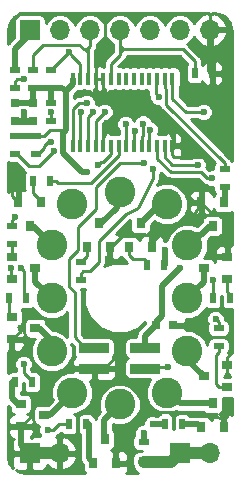
<source format=gtl>
G04 #@! TF.GenerationSoftware,KiCad,Pcbnew,(5.0.2)-1*
G04 #@! TF.CreationDate,2018-12-23T17:42:09+09:00*
G04 #@! TF.ProjectId,Nixie_Module_IN-12,4e697869-655f-44d6-9f64-756c655f494e,rev?*
G04 #@! TF.SameCoordinates,Original*
G04 #@! TF.FileFunction,Copper,L1,Top*
G04 #@! TF.FilePolarity,Positive*
%FSLAX46Y46*%
G04 Gerber Fmt 4.6, Leading zero omitted, Abs format (unit mm)*
G04 Created by KiCad (PCBNEW (5.0.2)-1) date 2018/12/23 17:42:09*
%MOMM*%
%LPD*%
G01*
G04 APERTURE LIST*
G04 #@! TA.AperFunction,SMDPad,CuDef*
%ADD10R,0.900000X0.500000*%
G04 #@! TD*
G04 #@! TA.AperFunction,SMDPad,CuDef*
%ADD11R,0.800000X0.900000*%
G04 #@! TD*
G04 #@! TA.AperFunction,SMDPad,CuDef*
%ADD12R,2.500000X0.850000*%
G04 #@! TD*
G04 #@! TA.AperFunction,SMDPad,CuDef*
%ADD13R,0.900000X0.800000*%
G04 #@! TD*
G04 #@! TA.AperFunction,ComponentPad*
%ADD14C,2.600000*%
G04 #@! TD*
G04 #@! TA.AperFunction,ComponentPad*
%ADD15R,1.700000X1.700000*%
G04 #@! TD*
G04 #@! TA.AperFunction,ComponentPad*
%ADD16O,1.700000X1.700000*%
G04 #@! TD*
G04 #@! TA.AperFunction,SMDPad,CuDef*
%ADD17R,0.400000X1.100000*%
G04 #@! TD*
G04 #@! TA.AperFunction,SMDPad,CuDef*
%ADD18R,0.750000X0.800000*%
G04 #@! TD*
G04 #@! TA.AperFunction,SMDPad,CuDef*
%ADD19R,0.800000X0.750000*%
G04 #@! TD*
G04 #@! TA.AperFunction,SMDPad,CuDef*
%ADD20R,0.500000X0.900000*%
G04 #@! TD*
G04 #@! TA.AperFunction,ViaPad*
%ADD21C,0.600000*%
G04 #@! TD*
G04 #@! TA.AperFunction,Conductor*
%ADD22C,0.500000*%
G04 #@! TD*
G04 #@! TA.AperFunction,Conductor*
%ADD23C,0.250000*%
G04 #@! TD*
G04 #@! TA.AperFunction,Conductor*
%ADD24C,1.000000*%
G04 #@! TD*
G04 #@! TA.AperFunction,Conductor*
%ADD25C,0.254000*%
G04 #@! TD*
G04 APERTURE END LIST*
D10*
G04 #@! TO.P,R13,2*
G04 #@! TO.N,/NIX_DP_G*
X75946000Y-85332000D03*
G04 #@! TO.P,R13,1*
G04 #@! TO.N,Net-(Q11-Pad1)*
X75946000Y-83832000D03*
G04 #@! TD*
D11*
G04 #@! TO.P,Q9,1*
G04 #@! TO.N,Net-(Q9-Pad1)*
X77028000Y-100822000D03*
G04 #@! TO.P,Q9,2*
G04 #@! TO.N,GND*
X78928000Y-100822000D03*
G04 #@! TO.P,Q9,3*
G04 #@! TO.N,/NIX_5*
X77978000Y-98822000D03*
G04 #@! TD*
D12*
G04 #@! TO.P,U1,3*
G04 #@! TO.N,/LED_DIN*
X81398000Y-92823000D03*
G04 #@! TO.P,U1,4*
G04 #@! TO.N,+5V*
X81398000Y-91073000D03*
G04 #@! TO.P,U1,2*
G04 #@! TO.N,GND*
X77098000Y-92823000D03*
G04 #@! TO.P,U1,1*
G04 #@! TO.N,/LED_DOUT*
X77098000Y-91073000D03*
G04 #@! TD*
D11*
G04 #@! TO.P,Q11,1*
G04 #@! TO.N,Net-(Q11-Pad1)*
X76520000Y-82534000D03*
G04 #@! TO.P,Q11,2*
G04 #@! TO.N,GND*
X78420000Y-82534000D03*
G04 #@! TO.P,Q11,3*
G04 #@! TO.N,/NIX_DP*
X77470000Y-80534000D03*
G04 #@! TD*
G04 #@! TO.P,Q2,1*
G04 #@! TO.N,Net-(Q2-Pad1)*
X86172000Y-97774000D03*
G04 #@! TO.P,Q2,2*
G04 #@! TO.N,GND*
X88072000Y-97774000D03*
G04 #@! TO.P,Q2,3*
G04 #@! TO.N,/NIX_6*
X87122000Y-95774000D03*
G04 #@! TD*
D13*
G04 #@! TO.P,Q3,1*
G04 #@! TO.N,Net-(Q3-Pad1)*
X70120000Y-83378000D03*
G04 #@! TO.P,Q3,2*
G04 #@! TO.N,GND*
X70120000Y-85278000D03*
G04 #@! TO.P,Q3,3*
G04 #@! TO.N,/NIX_2*
X72120000Y-84328000D03*
G04 #@! TD*
G04 #@! TO.P,Q4,1*
G04 #@! TO.N,Net-(Q4-Pad1)*
X88376000Y-94422000D03*
G04 #@! TO.P,Q4,2*
G04 #@! TO.N,GND*
X88376000Y-92522000D03*
G04 #@! TO.P,Q4,3*
G04 #@! TO.N,/NIX_7*
X86376000Y-93472000D03*
G04 #@! TD*
G04 #@! TO.P,Q5,1*
G04 #@! TO.N,Net-(Q5-Pad1)*
X70120000Y-88458000D03*
G04 #@! TO.P,Q5,2*
G04 #@! TO.N,GND*
X70120000Y-90358000D03*
G04 #@! TO.P,Q5,3*
G04 #@! TO.N,/NIX_3*
X72120000Y-89408000D03*
G04 #@! TD*
G04 #@! TO.P,Q6,1*
G04 #@! TO.N,Net-(Q6-Pad1)*
X88376000Y-85278000D03*
G04 #@! TO.P,Q6,2*
G04 #@! TO.N,GND*
X88376000Y-83378000D03*
G04 #@! TO.P,Q6,3*
G04 #@! TO.N,/NIX_8*
X86376000Y-84328000D03*
G04 #@! TD*
G04 #@! TO.P,Q7,1*
G04 #@! TO.N,Net-(Q7-Pad1)*
X70882000Y-95824000D03*
G04 #@! TO.P,Q7,2*
G04 #@! TO.N,GND*
X70882000Y-97724000D03*
G04 #@! TO.P,Q7,3*
G04 #@! TO.N,/NIX_4*
X72882000Y-96774000D03*
G04 #@! TD*
D11*
G04 #@! TO.P,Q8,1*
G04 #@! TO.N,Net-(Q8-Pad1)*
X88072000Y-78756000D03*
G04 #@! TO.P,Q8,2*
G04 #@! TO.N,GND*
X86172000Y-78756000D03*
G04 #@! TO.P,Q8,3*
G04 #@! TO.N,/NIX_9*
X87122000Y-80756000D03*
G04 #@! TD*
G04 #@! TO.P,Q1,1*
G04 #@! TO.N,Net-(Q1-Pad1)*
X72578000Y-78756000D03*
G04 #@! TO.P,Q1,2*
G04 #@! TO.N,GND*
X70678000Y-78756000D03*
G04 #@! TO.P,Q1,3*
G04 #@! TO.N,/NIX_1*
X71628000Y-80756000D03*
G04 #@! TD*
D14*
G04 #@! TO.P,U2,12*
G04 #@! TO.N,/NIX_DP*
X79248000Y-77868000D03*
G04 #@! TO.P,U2,11*
G04 #@! TO.N,/NIX_0*
X83248000Y-78868000D03*
G04 #@! TO.P,U2,10*
G04 #@! TO.N,/NIX_9*
X84998000Y-82368000D03*
G04 #@! TO.P,U2,9*
G04 #@! TO.N,/NIX_8*
X84998000Y-86868000D03*
G04 #@! TO.P,U2,8*
G04 #@! TO.N,/NIX_7*
X84998000Y-91368000D03*
G04 #@! TO.P,U2,7*
G04 #@! TO.N,/NIX_6*
X83248000Y-94868000D03*
G04 #@! TO.P,U2,6*
G04 #@! TO.N,/NIX_5*
X79248000Y-95868000D03*
G04 #@! TO.P,U2,5*
G04 #@! TO.N,/NIX_4*
X75248000Y-94868000D03*
G04 #@! TO.P,U2,4*
G04 #@! TO.N,/NIX_3*
X73498000Y-91368000D03*
G04 #@! TO.P,U2,3*
G04 #@! TO.N,/NIX_2*
X73498000Y-86868000D03*
G04 #@! TO.P,U2,2*
G04 #@! TO.N,/NIX_1*
X73498000Y-82368000D03*
G04 #@! TO.P,U2,1*
G04 #@! TO.N,Net-(R1-Pad2)*
X75248000Y-78868000D03*
G04 #@! TD*
D15*
G04 #@! TO.P,J4,1*
G04 #@! TO.N,GND*
X71628000Y-100012500D03*
D16*
G04 #@! TO.P,J4,2*
X74168000Y-100012500D03*
G04 #@! TD*
D15*
G04 #@! TO.P,J3,1*
G04 #@! TO.N,+HV*
X84328000Y-100012500D03*
D16*
G04 #@! TO.P,J3,2*
X86868000Y-100012500D03*
G04 #@! TD*
D11*
G04 #@! TO.P,Q10,1*
G04 #@! TO.N,Net-(Q10-Pad1)*
X80076000Y-82534000D03*
G04 #@! TO.P,Q10,2*
G04 #@! TO.N,GND*
X81976000Y-82534000D03*
G04 #@! TO.P,Q10,3*
G04 #@! TO.N,/NIX_0*
X81026000Y-80534000D03*
G04 #@! TD*
D15*
G04 #@! TO.P,J1,1*
G04 #@! TO.N,+5V*
X71678800Y-64160400D03*
D16*
G04 #@! TO.P,J1,2*
G04 #@! TO.N,/I2C_SDA*
X74218800Y-64160400D03*
G04 #@! TO.P,J1,3*
G04 #@! TO.N,/I2C_SCL*
X76758800Y-64160400D03*
G04 #@! TO.P,J1,4*
G04 #@! TO.N,/#OE*
X79298800Y-64160400D03*
G04 #@! TO.P,J1,5*
G04 #@! TO.N,/LED_DIN*
X81838800Y-64160400D03*
G04 #@! TO.P,J1,6*
G04 #@! TO.N,/LED_DOUT*
X84378800Y-64160400D03*
G04 #@! TO.P,J1,7*
G04 #@! TO.N,GND*
X86918800Y-64160400D03*
G04 #@! TD*
D17*
G04 #@! TO.P,U3,1*
G04 #@! TO.N,/ADDR_0*
X75277000Y-73970000D03*
G04 #@! TO.P,U3,2*
G04 #@! TO.N,/ADDR_1*
X75927000Y-73970000D03*
G04 #@! TO.P,U3,3*
G04 #@! TO.N,/ADDR_2*
X76577000Y-73970000D03*
G04 #@! TO.P,U3,4*
G04 #@! TO.N,/ADDR_3*
X77227000Y-73970000D03*
G04 #@! TO.P,U3,5*
G04 #@! TO.N,GND*
X77877000Y-73970000D03*
G04 #@! TO.P,U3,6*
G04 #@! TO.N,/NIX_0_G*
X78527000Y-73970000D03*
G04 #@! TO.P,U3,7*
G04 #@! TO.N,/NIX_1_G*
X79177000Y-73970000D03*
G04 #@! TO.P,U3,8*
G04 #@! TO.N,/NIX_2_G*
X79827000Y-73970000D03*
G04 #@! TO.P,U3,9*
G04 #@! TO.N,/NIX_3_G*
X80477000Y-73970000D03*
G04 #@! TO.P,U3,10*
G04 #@! TO.N,/NIX_4_G*
X81127000Y-73970000D03*
G04 #@! TO.P,U3,11*
G04 #@! TO.N,/NIX_5_G*
X81777000Y-73970000D03*
G04 #@! TO.P,U3,12*
G04 #@! TO.N,/NIX_6_G*
X82427000Y-73970000D03*
G04 #@! TO.P,U3,13*
G04 #@! TO.N,/NIX_7_G*
X83077000Y-73970000D03*
G04 #@! TO.P,U3,14*
G04 #@! TO.N,GND*
X83727000Y-73970000D03*
G04 #@! TO.P,U3,15*
G04 #@! TO.N,/NIX_8_G*
X83727000Y-68270000D03*
G04 #@! TO.P,U3,16*
G04 #@! TO.N,/NIX_9_G*
X83077000Y-68270000D03*
G04 #@! TO.P,U3,17*
G04 #@! TO.N,/NIX_DP_G*
X82427000Y-68270000D03*
G04 #@! TO.P,U3,18*
G04 #@! TO.N,N/C*
X81777000Y-68270000D03*
G04 #@! TO.P,U3,19*
X81127000Y-68270000D03*
G04 #@! TO.P,U3,20*
X80477000Y-68270000D03*
G04 #@! TO.P,U3,21*
X79827000Y-68270000D03*
G04 #@! TO.P,U3,22*
X79177000Y-68270000D03*
G04 #@! TO.P,U3,23*
G04 #@! TO.N,/#OE*
X78527000Y-68270000D03*
G04 #@! TO.P,U3,24*
G04 #@! TO.N,GND*
X77877000Y-68270000D03*
G04 #@! TO.P,U3,25*
X77227000Y-68270000D03*
G04 #@! TO.P,U3,26*
G04 #@! TO.N,/I2C_SCL*
X76577000Y-68270000D03*
G04 #@! TO.P,U3,27*
G04 #@! TO.N,/I2C_SDA*
X75927000Y-68270000D03*
G04 #@! TO.P,U3,28*
G04 #@! TO.N,+5V*
X75277000Y-68270000D03*
G04 #@! TD*
D18*
G04 #@! TO.P,C1,1*
G04 #@! TO.N,+5V*
X70358000Y-70370000D03*
G04 #@! TO.P,C1,2*
G04 #@! TO.N,GND*
X70358000Y-71870000D03*
G04 #@! TD*
G04 #@! TO.P,C2,2*
G04 #@! TO.N,GND*
X71882000Y-71870000D03*
G04 #@! TO.P,C2,1*
G04 #@! TO.N,+5V*
X71882000Y-70370000D03*
G04 #@! TD*
D19*
G04 #@! TO.P,C3,1*
G04 #@! TO.N,+5V*
X82308000Y-89154000D03*
G04 #@! TO.P,C3,2*
G04 #@! TO.N,GND*
X83808000Y-89154000D03*
G04 #@! TD*
D10*
G04 #@! TO.P,R1,1*
G04 #@! TO.N,+HV*
X81280000Y-100572000D03*
G04 #@! TO.P,R1,2*
G04 #@! TO.N,Net-(R1-Pad2)*
X81280000Y-99072000D03*
G04 #@! TD*
D20*
G04 #@! TO.P,R2,1*
G04 #@! TO.N,GND*
X87110000Y-67818000D03*
G04 #@! TO.P,R2,2*
G04 #@! TO.N,/#OE*
X85610000Y-67818000D03*
G04 #@! TD*
G04 #@! TO.P,R3,2*
G04 #@! TO.N,/NIX_1_G*
X73394000Y-76962000D03*
G04 #@! TO.P,R3,1*
G04 #@! TO.N,Net-(Q1-Pad1)*
X71894000Y-76962000D03*
G04 #@! TD*
G04 #@! TO.P,R4,2*
G04 #@! TO.N,/NIX_6_G*
X83070000Y-97536000D03*
G04 #@! TO.P,R4,1*
G04 #@! TO.N,Net-(Q2-Pad1)*
X84570000Y-97536000D03*
G04 #@! TD*
D10*
G04 #@! TO.P,R5,1*
G04 #@! TO.N,Net-(Q3-Pad1)*
X70104000Y-82284000D03*
G04 #@! TO.P,R5,2*
G04 #@! TO.N,/NIX_2_G*
X70104000Y-80784000D03*
G04 #@! TD*
G04 #@! TO.P,R6,1*
G04 #@! TO.N,Net-(Q4-Pad1)*
X87630000Y-90920000D03*
G04 #@! TO.P,R6,2*
G04 #@! TO.N,/NIX_7_G*
X87630000Y-89420000D03*
G04 #@! TD*
D20*
G04 #@! TO.P,R7,2*
G04 #@! TO.N,/NIX_3_G*
X71362000Y-86868000D03*
G04 #@! TO.P,R7,1*
G04 #@! TO.N,Net-(Q5-Pad1)*
X69862000Y-86868000D03*
G04 #@! TD*
G04 #@! TO.P,R8,2*
G04 #@! TO.N,/NIX_8_G*
X87134000Y-86868000D03*
G04 #@! TO.P,R8,1*
G04 #@! TO.N,Net-(Q6-Pad1)*
X88634000Y-86868000D03*
G04 #@! TD*
G04 #@! TO.P,R9,1*
G04 #@! TO.N,Net-(Q7-Pad1)*
X70370000Y-93980000D03*
G04 #@! TO.P,R9,2*
G04 #@! TO.N,/NIX_4_G*
X71870000Y-93980000D03*
G04 #@! TD*
D10*
G04 #@! TO.P,R10,1*
G04 #@! TO.N,Net-(Q8-Pad1)*
X88138000Y-77458000D03*
G04 #@! TO.P,R10,2*
G04 #@! TO.N,/NIX_9_G*
X88138000Y-75958000D03*
G04 #@! TD*
D20*
G04 #@! TO.P,R11,2*
G04 #@! TO.N,/NIX_5_G*
X74942000Y-97536000D03*
G04 #@! TO.P,R11,1*
G04 #@! TO.N,Net-(Q9-Pad1)*
X76442000Y-97536000D03*
G04 #@! TD*
G04 #@! TO.P,R12,2*
G04 #@! TO.N,/NIX_0_G*
X83046000Y-84074000D03*
G04 #@! TO.P,R12,1*
G04 #@! TO.N,Net-(Q10-Pad1)*
X81546000Y-84074000D03*
G04 #@! TD*
D10*
G04 #@! TO.P,R14,1*
G04 #@! TO.N,/ADDR_0*
X70358000Y-69064000D03*
G04 #@! TO.P,R14,2*
G04 #@! TO.N,+5V*
X70358000Y-67564000D03*
G04 #@! TD*
G04 #@! TO.P,R15,1*
G04 #@! TO.N,/ADDR_1*
X73406000Y-71870000D03*
G04 #@! TO.P,R15,2*
G04 #@! TO.N,+5V*
X73406000Y-70370000D03*
G04 #@! TD*
G04 #@! TO.P,R16,1*
G04 #@! TO.N,/ADDR_2*
X72136000Y-74664000D03*
G04 #@! TO.P,R16,2*
G04 #@! TO.N,+5V*
X72136000Y-73164000D03*
G04 #@! TD*
G04 #@! TO.P,R17,2*
G04 #@! TO.N,+5V*
X70358000Y-73164000D03*
G04 #@! TO.P,R17,1*
G04 #@! TO.N,/ADDR_3*
X70358000Y-74664000D03*
G04 #@! TD*
G04 #@! TO.P,R18,1*
G04 #@! TO.N,/I2C_SCL*
X71882000Y-67564000D03*
G04 #@! TO.P,R18,2*
G04 #@! TO.N,+5V*
X71882000Y-69064000D03*
G04 #@! TD*
G04 #@! TO.P,R19,2*
G04 #@! TO.N,+5V*
X73406000Y-69064000D03*
G04 #@! TO.P,R19,1*
G04 #@! TO.N,/I2C_SDA*
X73406000Y-67564000D03*
G04 #@! TD*
D21*
G04 #@! TO.N,+5V*
X84328000Y-84328000D03*
X74676000Y-69342000D03*
X76454000Y-76200000D03*
G04 #@! TO.N,GND*
X70104000Y-64516000D03*
X70866000Y-89408000D03*
X70065997Y-84328000D03*
X70104000Y-77470000D03*
X83820000Y-72644000D03*
X75438000Y-62992000D03*
X80518000Y-62992000D03*
X77978000Y-62992000D03*
X82804010Y-76708000D03*
X88392000Y-96520000D03*
X88392000Y-93472000D03*
X86868000Y-75692000D03*
X78232000Y-83566000D03*
X71120000Y-71120000D03*
X79248000Y-91948000D03*
X73152000Y-93980000D03*
X70104000Y-91694000D03*
X80010000Y-100838000D03*
X79248000Y-90424000D03*
X79248000Y-93273002D03*
X76454000Y-89916000D03*
X87884000Y-72644000D03*
X88646000Y-90170000D03*
X84582000Y-67310000D03*
X79756000Y-67056000D03*
X77470000Y-70358000D03*
X77978000Y-66040010D03*
X83820000Y-76962000D03*
X79248000Y-71120000D03*
X79248000Y-98298000D03*
X79756000Y-99314000D03*
G04 #@! TO.N,/I2C_SDA*
X74930000Y-66040000D03*
G04 #@! TO.N,/NIX_6_G*
X82042000Y-97536000D03*
X87083988Y-76708000D03*
G04 #@! TO.N,/NIX_2_G*
X70358000Y-80010000D03*
X79756008Y-72136000D03*
G04 #@! TO.N,/NIX_7_G*
X85852000Y-75574990D03*
X87376000Y-88646000D03*
G04 #@! TO.N,/NIX_3_G*
X70866000Y-84328000D03*
X80575694Y-72701694D03*
G04 #@! TO.N,/NIX_8_G*
X87126000Y-85344000D03*
X86360000Y-71120000D03*
G04 #@! TO.N,/NIX_4_G*
X81222313Y-72078313D03*
X71120000Y-92456000D03*
G04 #@! TO.N,/NIX_5_G*
X81825705Y-72644000D03*
X73152000Y-98044000D03*
G04 #@! TO.N,/NIX_0_G*
X83058000Y-82804000D03*
X77409051Y-75631051D03*
G04 #@! TO.N,Net-(R1-Pad2)*
X81280014Y-98298000D03*
G04 #@! TO.N,/ADDR_0*
X76454000Y-70358000D03*
X71120000Y-68326000D03*
G04 #@! TO.N,/ADDR_1*
X75946000Y-71120000D03*
X73406000Y-71120000D03*
G04 #@! TO.N,/ADDR_2*
X76962000Y-71120000D03*
X73406000Y-73621987D03*
G04 #@! TO.N,/ADDR_3*
X77978000Y-71120000D03*
X73659988Y-74422000D03*
G04 #@! TO.N,/LED_DIN*
X83312000Y-92710000D03*
G04 #@! TO.N,/LED_DOUT*
X81280000Y-75438000D03*
G04 #@! TO.N,/NIX_DP_G*
X82550000Y-69850000D03*
X82042000Y-75946000D03*
G04 #@! TD*
D22*
G04 #@! TO.N,+5V*
X74975999Y-69042001D02*
X74676000Y-69342000D01*
X75277000Y-68741000D02*
X74975999Y-69042001D01*
X75277000Y-68270000D02*
X75277000Y-68741000D01*
X72136000Y-73164000D02*
X70358000Y-73164000D01*
X70358000Y-70370000D02*
X71882000Y-70370000D01*
X71882000Y-70370000D02*
X71882000Y-69064000D01*
X71882000Y-69064000D02*
X73406000Y-69064000D01*
X74398000Y-69064000D02*
X74676000Y-69342000D01*
X73406000Y-69064000D02*
X74398000Y-69064000D01*
X73406000Y-70370000D02*
X73406000Y-69064000D01*
X71678800Y-64160400D02*
X71678800Y-64465200D01*
X70358000Y-65786000D02*
X70358000Y-67564000D01*
X71678800Y-64465200D02*
X70358000Y-65786000D01*
X74676000Y-71120000D02*
X74676000Y-69342000D01*
X74422000Y-72898000D02*
X74676000Y-72644000D01*
X74676000Y-72644000D02*
X74676000Y-71120000D01*
D23*
X72836000Y-73164000D02*
X73356000Y-72644000D01*
X72136000Y-73164000D02*
X72836000Y-73164000D01*
X74168000Y-72644000D02*
X74422000Y-72898000D01*
X74168000Y-72644000D02*
X74676000Y-72644000D01*
X73356000Y-72644000D02*
X74168000Y-72644000D01*
D22*
X81398000Y-90064000D02*
X82308000Y-89154000D01*
X81398000Y-91073000D02*
X81398000Y-90064000D01*
X82308000Y-88912000D02*
X82308000Y-89154000D01*
X82296000Y-88900000D02*
X82308000Y-88912000D01*
X82804000Y-88392000D02*
X82296000Y-88900000D01*
X84328000Y-84328000D02*
X82804000Y-85852000D01*
X82804000Y-85852000D02*
X82804000Y-88392000D01*
X74422000Y-74592264D02*
X76029736Y-76200000D01*
X74422000Y-72898000D02*
X74422000Y-74592264D01*
X76029736Y-76200000D02*
X76454000Y-76200000D01*
D23*
G04 #@! TO.N,GND*
X77877000Y-68270000D02*
X77227000Y-68270000D01*
X70816198Y-62738000D02*
X70104000Y-63450198D01*
X77978000Y-63246000D02*
X77470000Y-62738000D01*
X70104000Y-63450198D02*
X70104000Y-64516000D01*
X78486000Y-62738000D02*
X77978000Y-63246000D01*
X86918800Y-62958319D02*
X86698481Y-62738000D01*
X86918800Y-64160400D02*
X86918800Y-62958319D01*
D24*
X71628000Y-100012500D02*
X74168000Y-100012500D01*
D23*
X77877000Y-69749000D02*
X77877000Y-68270000D01*
X78740000Y-70612000D02*
X77877000Y-69749000D01*
X78740000Y-71374000D02*
X78740000Y-70612000D01*
X77877000Y-73970000D02*
X77877000Y-72237000D01*
X77877000Y-72237000D02*
X78740000Y-71374000D01*
X70170000Y-90358000D02*
X70120000Y-90358000D01*
X70170000Y-90358000D02*
X70866000Y-89662000D01*
X70866000Y-89662000D02*
X70866000Y-89408000D01*
X70065997Y-85223997D02*
X70120000Y-85278000D01*
X70065997Y-84328000D02*
X70065997Y-85223997D01*
X70104000Y-78182000D02*
X70678000Y-78756000D01*
X70104000Y-77470000D02*
X70104000Y-78182000D01*
X81976000Y-82534000D02*
X81976000Y-82484000D01*
X85852000Y-79248000D02*
X86172000Y-78756000D01*
X81976000Y-82108000D02*
X83058000Y-81026000D01*
X81976000Y-82484000D02*
X81976000Y-82108000D01*
X83058000Y-81026000D02*
X83495002Y-81026000D01*
X83495002Y-81026000D02*
X84836000Y-80264000D01*
X84836000Y-80264000D02*
X85344000Y-80010000D01*
X85344000Y-80010000D02*
X85852000Y-79248000D01*
X83820000Y-73877000D02*
X83727000Y-73970000D01*
X83820000Y-72644000D02*
X83820000Y-73877000D01*
X83727000Y-74770000D02*
X83727000Y-73970000D01*
X86360000Y-74930000D02*
X83887000Y-74930000D01*
X83887000Y-74930000D02*
X83727000Y-74770000D01*
X75438000Y-62738000D02*
X75438000Y-62992000D01*
X75438000Y-62738000D02*
X70816198Y-62738000D01*
X77470000Y-62738000D02*
X75438000Y-62738000D01*
X80518000Y-62738000D02*
X80518000Y-62992000D01*
X80518000Y-62738000D02*
X78486000Y-62738000D01*
X86698481Y-62738000D02*
X80518000Y-62738000D01*
X77978000Y-63246000D02*
X77978000Y-62992000D01*
X85522000Y-78756000D02*
X86172000Y-78756000D01*
X82804010Y-76708000D02*
X83474000Y-76708000D01*
X83820000Y-77054000D02*
X85522000Y-78756000D01*
X83474000Y-76708000D02*
X83820000Y-77054000D01*
D22*
X70882000Y-99266500D02*
X71628000Y-100012500D01*
X70882000Y-97724000D02*
X70882000Y-99266500D01*
D23*
X75598000Y-92823000D02*
X77098000Y-92823000D01*
X74930000Y-92964000D02*
X75184000Y-92710000D01*
X73914000Y-93472000D02*
X74930000Y-92964000D01*
X70932000Y-97724000D02*
X71882000Y-96774000D01*
X70882000Y-97724000D02*
X70932000Y-97724000D01*
X71882000Y-96774000D02*
X71882000Y-96012000D01*
X75184000Y-92710000D02*
X75598000Y-92823000D01*
X71882000Y-96012000D02*
X72390000Y-95504000D01*
X73152000Y-94742000D02*
X73152000Y-93980000D01*
X73152000Y-93980000D02*
X73914000Y-93472000D01*
X88072000Y-97074000D02*
X88392000Y-96754000D01*
X88392000Y-96754000D02*
X88392000Y-96520000D01*
X88376000Y-93456000D02*
X88392000Y-93472000D01*
X88376000Y-92522000D02*
X88376000Y-93456000D01*
X88376000Y-91872000D02*
X88646000Y-91602000D01*
X88376000Y-92522000D02*
X88376000Y-91872000D01*
X88646000Y-91602000D02*
X88646000Y-90170000D01*
X88646000Y-88646000D02*
X87884000Y-87884000D01*
X87884000Y-87884000D02*
X86868000Y-87884000D01*
X85598000Y-89154000D02*
X85260264Y-89154000D01*
X86868000Y-87884000D02*
X85598000Y-89154000D01*
X86360000Y-74930000D02*
X86868000Y-75438000D01*
X86868000Y-75438000D02*
X86868000Y-75692000D01*
X78420000Y-82534000D02*
X78502000Y-82534000D01*
X78502000Y-82534000D02*
X79502000Y-81534000D01*
X79502000Y-81534000D02*
X81788000Y-81534000D01*
X81788000Y-81534000D02*
X82042000Y-81788000D01*
X78420000Y-83234000D02*
X78232000Y-83422000D01*
X78420000Y-82534000D02*
X78420000Y-83234000D01*
X78232000Y-83422000D02*
X78232000Y-83566000D01*
D22*
X71120000Y-71870000D02*
X70358000Y-71870000D01*
X71882000Y-71870000D02*
X71120000Y-71870000D01*
X86918800Y-67626800D02*
X87110000Y-67818000D01*
X86918800Y-64160400D02*
X86918800Y-67626800D01*
X71120000Y-71870000D02*
X71120000Y-71120000D01*
D23*
X88376000Y-83378000D02*
X88376000Y-80248000D01*
X88376000Y-80248000D02*
X87884000Y-79756000D01*
X87884000Y-79756000D02*
X87122000Y-79756000D01*
X86172000Y-78806000D02*
X86172000Y-78756000D01*
X87122000Y-79756000D02*
X86172000Y-78806000D01*
X85260264Y-89154000D02*
X83808000Y-89154000D01*
X88072000Y-97774000D02*
X88072000Y-97074000D01*
X79248000Y-92372264D02*
X79248000Y-91948000D01*
X78823736Y-91948000D02*
X79248000Y-91948000D01*
X79248000Y-93273002D02*
X79248000Y-92372264D01*
X77923000Y-92823000D02*
X78798000Y-91948000D01*
X78798000Y-91948000D02*
X78823736Y-91948000D01*
X77098000Y-92823000D02*
X77923000Y-92823000D01*
X72390000Y-95504000D02*
X73152000Y-94742000D01*
X73152000Y-93980000D02*
X73152000Y-93980000D01*
X79248000Y-93273002D02*
X79248000Y-93273002D01*
X88646000Y-90170000D02*
X88646000Y-88646000D01*
X78928000Y-99380000D02*
X78928000Y-100822000D01*
X81478998Y-95504000D02*
X81280000Y-95702998D01*
X81280000Y-95702998D02*
X81280000Y-97028000D01*
X81280000Y-97028000D02*
X78928000Y-99380000D01*
X81026000Y-94742000D02*
X81478998Y-95504000D01*
X79248000Y-93273002D02*
X81026000Y-94234000D01*
X81026000Y-94234000D02*
X81026000Y-94742000D01*
X81788000Y-96520000D02*
X81478998Y-95504000D01*
X88072000Y-97074000D02*
X85852000Y-96520000D01*
X85852000Y-96520000D02*
X81788000Y-96520000D01*
X77227000Y-70115000D02*
X77470000Y-70358000D01*
X77227000Y-68270000D02*
X77227000Y-70115000D01*
X77227000Y-66791010D02*
X77678001Y-66340009D01*
X77678001Y-66340009D02*
X77978000Y-66040010D01*
X77227000Y-68270000D02*
X77227000Y-66791010D01*
X77978000Y-63246000D02*
X77978000Y-66040010D01*
X83820000Y-77054000D02*
X83820000Y-76962000D01*
D22*
G04 #@! TO.N,/NIX_1*
X71886000Y-80756000D02*
X73498000Y-82368000D01*
X71628000Y-80756000D02*
X71886000Y-80756000D01*
G04 #@! TO.N,/NIX_6*
X83884000Y-95504000D02*
X83248000Y-94868000D01*
X84074000Y-95504000D02*
X83884000Y-95504000D01*
X87122000Y-95774000D02*
X84344000Y-95774000D01*
X84344000Y-95774000D02*
X84074000Y-95504000D01*
G04 #@! TO.N,/NIX_2*
X72120000Y-85490000D02*
X73498000Y-86868000D01*
X72120000Y-84328000D02*
X72120000Y-85490000D01*
G04 #@! TO.N,/NIX_8*
X86376000Y-85490000D02*
X84998000Y-86868000D01*
X86376000Y-84328000D02*
X86376000Y-85490000D01*
G04 #@! TO.N,/NIX_3*
X73498000Y-90516000D02*
X73498000Y-91368000D01*
X72120000Y-89408000D02*
X72390000Y-89408000D01*
X72390000Y-89408000D02*
X73498000Y-90516000D01*
G04 #@! TO.N,/NIX_4*
X73342000Y-96774000D02*
X75248000Y-94868000D01*
X72882000Y-96774000D02*
X73342000Y-96774000D01*
G04 #@! TO.N,/NIX_9*
X85832000Y-81534000D02*
X84998000Y-82368000D01*
X86106000Y-81534000D02*
X85832000Y-81534000D01*
X87122000Y-80756000D02*
X86884000Y-80756000D01*
X86884000Y-80756000D02*
X86106000Y-81534000D01*
G04 #@! TO.N,/NIX_5*
X77948001Y-98792001D02*
X77978000Y-98822000D01*
X79248000Y-95868000D02*
X77948001Y-97167999D01*
X77948001Y-97167999D02*
X77948001Y-98792001D01*
G04 #@! TO.N,/NIX_0*
X83122000Y-78994000D02*
X83248000Y-78868000D01*
X82550000Y-78994000D02*
X83122000Y-78994000D01*
X81026000Y-80534000D02*
X81026000Y-80518000D01*
X81026000Y-80518000D02*
X82550000Y-78994000D01*
D23*
G04 #@! TO.N,/I2C_SDA*
X75927000Y-67037000D02*
X75229999Y-66339999D01*
X73523001Y-67446999D02*
X74630001Y-66339999D01*
X75927000Y-68270000D02*
X75927000Y-67037000D01*
X73523001Y-67564000D02*
X73523001Y-67446999D01*
X74630001Y-66339999D02*
X74930000Y-66040000D01*
X75229999Y-66339999D02*
X74930000Y-66040000D01*
G04 #@! TO.N,/I2C_SCL*
X76758800Y-65481200D02*
X76758800Y-64160400D01*
X76577000Y-65663000D02*
X76708000Y-65532000D01*
X76454000Y-65786000D02*
X76708000Y-65532000D01*
X76708000Y-65532000D02*
X76758800Y-65481200D01*
X76323000Y-65786000D02*
X76577000Y-66040000D01*
X76200000Y-65786000D02*
X76323000Y-65786000D01*
X76577000Y-66040000D02*
X76577000Y-65663000D01*
X76577000Y-68270000D02*
X76577000Y-66040000D01*
X76200000Y-65786000D02*
X76454000Y-65786000D01*
X76200000Y-65786000D02*
X75828999Y-65414999D01*
X71882000Y-66294000D02*
X71882000Y-67064000D01*
X71882000Y-67064000D02*
X71882000Y-67564000D01*
X72761001Y-65414999D02*
X71882000Y-66294000D01*
X75828999Y-65414999D02*
X72761001Y-65414999D01*
D24*
G04 #@! TO.N,+HV*
X86868000Y-100012500D02*
X84328000Y-100012500D01*
X83568500Y-100772000D02*
X84328000Y-100012500D01*
X81280000Y-100772000D02*
X83568500Y-100772000D01*
D22*
G04 #@! TO.N,/NIX_7*
X84998000Y-92094000D02*
X86376000Y-93472000D01*
X84998000Y-91368000D02*
X84998000Y-92094000D01*
D23*
G04 #@! TO.N,/NIX_1_G*
X74011001Y-77079001D02*
X76867999Y-77079001D01*
X79177000Y-74770000D02*
X79177000Y-73970000D01*
X73394000Y-76962000D02*
X73894000Y-76962000D01*
X73894000Y-76962000D02*
X74011001Y-77079001D01*
X76867999Y-77079001D02*
X79177000Y-74770000D01*
D22*
G04 #@! TO.N,/NIX_6_G*
X82870000Y-97536000D02*
X82042000Y-97536000D01*
D23*
X82427000Y-74770000D02*
X82427000Y-73970000D01*
X87083988Y-76708000D02*
X86659724Y-76708000D01*
X86151724Y-76200000D02*
X83566000Y-76200000D01*
X82427000Y-75061000D02*
X82427000Y-74770000D01*
X83566000Y-76200000D02*
X82427000Y-75061000D01*
X86659724Y-76708000D02*
X86151724Y-76200000D01*
G04 #@! TO.N,/NIX_2_G*
X79813686Y-73983314D02*
X79827000Y-73970000D01*
X70104000Y-80264000D02*
X70358000Y-80010000D01*
X79827000Y-73970000D02*
X79827000Y-72206992D01*
X79827000Y-72206992D02*
X79756008Y-72136000D01*
X70104000Y-80264000D02*
X70104000Y-80784000D01*
G04 #@! TO.N,/NIX_7_G*
X85427736Y-75574990D02*
X85852000Y-75574990D01*
X83702990Y-75574990D02*
X85427736Y-75574990D01*
X83077000Y-73970000D02*
X83077000Y-74949000D01*
X83077000Y-74949000D02*
X83702990Y-75574990D01*
X87434000Y-88450000D02*
X87376000Y-88508000D01*
X87376000Y-88508000D02*
X87376000Y-88646000D01*
X87630000Y-89420000D02*
X87630000Y-88900000D01*
X87630000Y-88900000D02*
X87376000Y-88646000D01*
G04 #@! TO.N,/NIX_3_G*
X80477000Y-73970000D02*
X80477000Y-72800388D01*
X80477000Y-72800388D02*
X80575694Y-72701694D01*
X71120000Y-84582000D02*
X70866000Y-84328000D01*
X71120000Y-86360000D02*
X71120000Y-84582000D01*
X71362000Y-86868000D02*
X71362000Y-86602000D01*
X71362000Y-86602000D02*
X71120000Y-86360000D01*
G04 #@! TO.N,/NIX_8_G*
X84836000Y-71120000D02*
X86360000Y-71120000D01*
X83727000Y-68270000D02*
X83727000Y-70011000D01*
X83727000Y-70011000D02*
X84836000Y-71120000D01*
X87126000Y-86860000D02*
X87134000Y-86868000D01*
X87126000Y-85344000D02*
X87126000Y-86860000D01*
G04 #@! TO.N,/NIX_4_G*
X81200695Y-73096305D02*
X81127000Y-73170000D01*
X81200695Y-72099931D02*
X81200695Y-73096305D01*
X81127000Y-73170000D02*
X81127000Y-73970000D01*
X81222313Y-72078313D02*
X81200695Y-72099931D01*
X71120000Y-93218000D02*
X71120000Y-92456000D01*
X71882000Y-93980000D02*
X71120000Y-93218000D01*
G04 #@! TO.N,/NIX_9_G*
X83201999Y-70501999D02*
X88138000Y-75438000D01*
X83201999Y-69194999D02*
X83201999Y-70501999D01*
X83077000Y-68270000D02*
X83077000Y-69070000D01*
X83077000Y-69070000D02*
X83201999Y-69194999D01*
X88138000Y-75438000D02*
X88138000Y-75958000D01*
G04 #@! TO.N,/NIX_5_G*
X81777000Y-72692705D02*
X81825705Y-72644000D01*
X81777000Y-73970000D02*
X81777000Y-72692705D01*
X74142000Y-97536000D02*
X73634000Y-98044000D01*
X74742000Y-97536000D02*
X74142000Y-97536000D01*
X73634000Y-98044000D02*
X73152000Y-98044000D01*
G04 #@! TO.N,/NIX_0_G*
X78527000Y-73970000D02*
X78527000Y-74655002D01*
X77850950Y-75331052D02*
X77709050Y-75331052D01*
X77709050Y-75331052D02*
X77409051Y-75631051D01*
X78527000Y-74655002D02*
X77850950Y-75331052D01*
D22*
X83058000Y-84062000D02*
X83046000Y-84074000D01*
X83058000Y-82804000D02*
X83058000Y-84062000D01*
G04 #@! TO.N,Net-(R1-Pad2)*
X81280000Y-98872000D02*
X81280014Y-98871986D01*
X81280014Y-98871986D02*
X81280014Y-98722264D01*
X81280014Y-98722264D02*
X81280014Y-98298000D01*
D23*
G04 #@! TO.N,Net-(Q1-Pad1)*
X72578000Y-78756000D02*
X72578000Y-78674000D01*
X71894000Y-77990000D02*
X71894000Y-76962000D01*
X72578000Y-78674000D02*
X71894000Y-77990000D01*
D22*
G04 #@! TO.N,Net-(Q2-Pad1)*
X85934000Y-97536000D02*
X86172000Y-97774000D01*
X84770000Y-97536000D02*
X85934000Y-97536000D01*
D23*
G04 #@! TO.N,Net-(Q3-Pad1)*
X70104000Y-83362000D02*
X70120000Y-83378000D01*
X70104000Y-82284000D02*
X70104000Y-83362000D01*
G04 #@! TO.N,Net-(Q4-Pad1)*
X87676000Y-94422000D02*
X87376000Y-94122000D01*
X88376000Y-94422000D02*
X87676000Y-94422000D01*
X87376000Y-94122000D02*
X87376000Y-91694000D01*
X87630000Y-91440000D02*
X87630000Y-90920000D01*
X87376000Y-91694000D02*
X87630000Y-91440000D01*
G04 #@! TO.N,Net-(Q5-Pad1)*
X69908000Y-88246000D02*
X70120000Y-88458000D01*
X69862000Y-88200000D02*
X70120000Y-88458000D01*
X69862000Y-86868000D02*
X69862000Y-88200000D01*
G04 #@! TO.N,Net-(Q6-Pad1)*
X88634000Y-86868000D02*
X88634000Y-86602000D01*
X88376000Y-86344000D02*
X88376000Y-85278000D01*
X88634000Y-86602000D02*
X88376000Y-86344000D01*
D22*
G04 #@! TO.N,Net-(Q7-Pad1)*
X70882000Y-95824000D02*
X70678000Y-95824000D01*
X70170000Y-95316000D02*
X70170000Y-93980000D01*
X70678000Y-95824000D02*
X70170000Y-95316000D01*
D23*
G04 #@! TO.N,Net-(Q8-Pad1)*
X87884000Y-78568000D02*
X88072000Y-78756000D01*
D22*
X88138000Y-78690000D02*
X88072000Y-78756000D01*
X88138000Y-77458000D02*
X88138000Y-78690000D01*
G04 #@! TO.N,Net-(Q9-Pad1)*
X76642000Y-100142000D02*
X76642000Y-97536000D01*
X77028000Y-100822000D02*
X76642000Y-100436000D01*
X76642000Y-100436000D02*
X76642000Y-100142000D01*
D23*
G04 #@! TO.N,Net-(Q10-Pad1)*
X80076000Y-82534000D02*
X80076000Y-83234000D01*
X80076000Y-83234000D02*
X80408000Y-83566000D01*
X81546000Y-84074000D02*
X81546000Y-83832000D01*
X81280000Y-83566000D02*
X80408000Y-83566000D01*
X81546000Y-83832000D02*
X81280000Y-83566000D01*
G04 #@! TO.N,/ADDR_0*
X76029736Y-70358000D02*
X76454000Y-70358000D01*
X75775736Y-70358000D02*
X76029736Y-70358000D01*
X75277000Y-73970000D02*
X75277000Y-70856736D01*
X75277000Y-70856736D02*
X75775736Y-70358000D01*
X70358000Y-68564000D02*
X70596000Y-68326000D01*
X70358000Y-69064000D02*
X70358000Y-68564000D01*
X70596000Y-68326000D02*
X71120000Y-68326000D01*
G04 #@! TO.N,/ADDR_1*
X75927000Y-71139000D02*
X75946000Y-71120000D01*
X75927000Y-73970000D02*
X75927000Y-71139000D01*
X73406000Y-71870000D02*
X73406000Y-71120000D01*
G04 #@! TO.N,/ADDR_2*
X76708000Y-71374000D02*
X76962000Y-71120000D01*
X76577000Y-73970000D02*
X76577000Y-71505000D01*
X76577000Y-71505000D02*
X76708000Y-71374000D01*
X73190013Y-73621987D02*
X73406000Y-73621987D01*
X72836000Y-73976000D02*
X73190013Y-73621987D01*
X72836000Y-74164000D02*
X72836000Y-73976000D01*
X72136000Y-74664000D02*
X72336000Y-74664000D01*
X72336000Y-74664000D02*
X72836000Y-74164000D01*
G04 #@! TO.N,/ADDR_3*
X77678001Y-71419999D02*
X77978000Y-71120000D01*
X77227000Y-71871000D02*
X77678001Y-71419999D01*
X77227000Y-73970000D02*
X77227000Y-71871000D01*
X70558000Y-74664000D02*
X71586000Y-75692000D01*
X71586000Y-75692000D02*
X72389988Y-75692000D01*
X73359989Y-74721999D02*
X73659988Y-74422000D01*
X70358000Y-74664000D02*
X70558000Y-74664000D01*
X72389988Y-75692000D02*
X73359989Y-74721999D01*
G04 #@! TO.N,/#OE*
X85610000Y-66814000D02*
X85610000Y-67818000D01*
X79502000Y-65786000D02*
X84582000Y-65786000D01*
X84582000Y-65786000D02*
X85610000Y-66814000D01*
X79248000Y-64211200D02*
X79298800Y-64160400D01*
X78527000Y-67015000D02*
X78527000Y-68270000D01*
X79298800Y-66243200D02*
X78527000Y-67015000D01*
X79502000Y-65786000D02*
X79298800Y-65786000D01*
X79502000Y-65735200D02*
X79298800Y-65532000D01*
X79502000Y-65786000D02*
X79502000Y-65735200D01*
X79298800Y-64160400D02*
X79298800Y-65532000D01*
X79298800Y-65532000D02*
X79298800Y-65786000D01*
X79502000Y-65836800D02*
X79298800Y-66040000D01*
X79502000Y-65786000D02*
X79502000Y-65836800D01*
X79298800Y-65786000D02*
X79298800Y-66040000D01*
X79298800Y-66040000D02*
X79298800Y-66243200D01*
G04 #@! TO.N,/LED_DIN*
X81511000Y-92710000D02*
X81398000Y-92823000D01*
X83312000Y-92710000D02*
X81511000Y-92710000D01*
G04 #@! TO.N,/LED_DOUT*
X80855736Y-75438000D02*
X81280000Y-75438000D01*
X77216000Y-77470000D02*
X79248000Y-75438000D01*
X77216000Y-79305002D02*
X77216000Y-77470000D01*
X75692000Y-80829002D02*
X77216000Y-79305002D01*
X75692000Y-82804000D02*
X75692000Y-80829002D01*
X79248000Y-75438000D02*
X80855736Y-75438000D01*
X76341000Y-91073000D02*
X75438000Y-90170000D01*
X77098000Y-91073000D02*
X76341000Y-91073000D01*
X75438000Y-90170000D02*
X75438000Y-86360000D01*
X75438000Y-86360000D02*
X74970999Y-85892999D01*
X74970999Y-85892999D02*
X74970999Y-83525001D01*
X74970999Y-83525001D02*
X75692000Y-82804000D01*
G04 #@! TO.N,Net-(Q11-Pad1)*
X76520000Y-83258000D02*
X76520000Y-82534000D01*
X75946000Y-83832000D02*
X76520000Y-83258000D01*
D22*
G04 #@! TO.N,/NIX_DP*
X78994000Y-78122000D02*
X79248000Y-77868000D01*
X78994000Y-79248000D02*
X78994000Y-78122000D01*
X77470000Y-80534000D02*
X77708000Y-80534000D01*
X77708000Y-80534000D02*
X78994000Y-79248000D01*
D23*
G04 #@! TO.N,/NIX_DP_G*
X82550000Y-69850000D02*
X82296000Y-69596000D01*
X82296000Y-69596000D02*
X82296000Y-69086002D01*
X82296000Y-69215000D02*
X82296000Y-69086002D01*
X82427000Y-68703000D02*
X82427000Y-68270000D01*
X82302001Y-69080001D02*
X82302001Y-68827999D01*
X82302001Y-68827999D02*
X82427000Y-68703000D01*
X82042000Y-76370264D02*
X82042000Y-75946000D01*
X82042000Y-76708000D02*
X82042000Y-76370264D01*
X80772000Y-79248000D02*
X82042000Y-76708000D01*
X75946000Y-84832000D02*
X76196000Y-84582000D01*
X76196000Y-84582000D02*
X76708000Y-84582000D01*
X79756000Y-79756000D02*
X80772000Y-79248000D01*
X75946000Y-85332000D02*
X75946000Y-84832000D01*
X76708000Y-84582000D02*
X77470000Y-83820000D01*
X77470000Y-83820000D02*
X77470000Y-82042000D01*
X77470000Y-82042000D02*
X79756000Y-79756000D01*
G04 #@! TD*
D25*
G04 #@! TO.N,GND*
G36*
X76271000Y-86275838D02*
X76271000Y-87460162D01*
X76724221Y-88554335D01*
X77561665Y-89391779D01*
X78655838Y-89845000D01*
X79840162Y-89845000D01*
X80934335Y-89391779D01*
X81421656Y-88904458D01*
X81421656Y-89012211D01*
X80934562Y-89499306D01*
X80873864Y-89539863D01*
X80833307Y-89600561D01*
X80833306Y-89600562D01*
X80713182Y-89780340D01*
X80656759Y-90064000D01*
X80671001Y-90135599D01*
X80671001Y-90161656D01*
X80148000Y-90161656D01*
X79961884Y-90198677D01*
X79804103Y-90304103D01*
X79698677Y-90461884D01*
X79661656Y-90648000D01*
X79661656Y-91498000D01*
X79698677Y-91684116D01*
X79804103Y-91841897D01*
X79961884Y-91947323D01*
X79965287Y-91948000D01*
X79961884Y-91948677D01*
X79804103Y-92054103D01*
X79698677Y-92211884D01*
X79661656Y-92398000D01*
X79661656Y-93248000D01*
X79698677Y-93434116D01*
X79804103Y-93591897D01*
X79961884Y-93697323D01*
X80148000Y-93734344D01*
X81868600Y-93734344D01*
X81741533Y-93861411D01*
X81471000Y-94514533D01*
X81471000Y-95221467D01*
X81741533Y-95874589D01*
X82241411Y-96374467D01*
X82796398Y-96604351D01*
X82633884Y-96636677D01*
X82476103Y-96742103D01*
X82431404Y-96809000D01*
X82317266Y-96809000D01*
X82196555Y-96759000D01*
X81887445Y-96759000D01*
X81601865Y-96877291D01*
X81383291Y-97095865D01*
X81265000Y-97381445D01*
X81265000Y-97521000D01*
X81125459Y-97521000D01*
X80839879Y-97639291D01*
X80621305Y-97857865D01*
X80503014Y-98143445D01*
X80503014Y-98452555D01*
X80507637Y-98463715D01*
X80486103Y-98478103D01*
X80380677Y-98635884D01*
X80343656Y-98822000D01*
X80343656Y-99322000D01*
X80380677Y-99508116D01*
X80486103Y-99665897D01*
X80643884Y-99771323D01*
X80830000Y-99808344D01*
X81116693Y-99808344D01*
X80979387Y-99835656D01*
X80830000Y-99835656D01*
X80643884Y-99872677D01*
X80486103Y-99978103D01*
X80380677Y-100135884D01*
X80343656Y-100322000D01*
X80343656Y-100471387D01*
X80283860Y-100772000D01*
X80359687Y-101153206D01*
X80575623Y-101476377D01*
X80851931Y-101661000D01*
X79837025Y-101661000D01*
X79866327Y-101631698D01*
X79963000Y-101398309D01*
X79963000Y-101107750D01*
X79804250Y-100949000D01*
X79055000Y-100949000D01*
X79055000Y-100969000D01*
X78801000Y-100969000D01*
X78801000Y-100949000D01*
X78781000Y-100949000D01*
X78781000Y-100695000D01*
X78801000Y-100695000D01*
X78801000Y-99895750D01*
X79055000Y-99895750D01*
X79055000Y-100695000D01*
X79804250Y-100695000D01*
X79963000Y-100536250D01*
X79963000Y-100245691D01*
X79866327Y-100012302D01*
X79687699Y-99833673D01*
X79454310Y-99737000D01*
X79213750Y-99737000D01*
X79055000Y-99895750D01*
X78801000Y-99895750D01*
X78642250Y-99737000D01*
X78485303Y-99737000D01*
X78564116Y-99721323D01*
X78721897Y-99615897D01*
X78827323Y-99458116D01*
X78864344Y-99272000D01*
X78864344Y-98372000D01*
X78827323Y-98185884D01*
X78721897Y-98028103D01*
X78675001Y-97996768D01*
X78675001Y-97554067D01*
X78894533Y-97645000D01*
X79601467Y-97645000D01*
X80254589Y-97374467D01*
X80754467Y-96874589D01*
X81025000Y-96221467D01*
X81025000Y-95514533D01*
X80754467Y-94861411D01*
X80254589Y-94361533D01*
X79601467Y-94091000D01*
X78894533Y-94091000D01*
X78241411Y-94361533D01*
X77741533Y-94861411D01*
X77471000Y-95514533D01*
X77471000Y-96221467D01*
X77586811Y-96501057D01*
X77484563Y-96603305D01*
X77423864Y-96643863D01*
X77263183Y-96884339D01*
X77221373Y-97094530D01*
X77166137Y-97011863D01*
X77163208Y-97009906D01*
X77141323Y-96899884D01*
X77035897Y-96742103D01*
X76878116Y-96636677D01*
X76692000Y-96599656D01*
X76192000Y-96599656D01*
X76005884Y-96636677D01*
X75848103Y-96742103D01*
X75742677Y-96899884D01*
X75705656Y-97086000D01*
X75705656Y-97986000D01*
X75742677Y-98172116D01*
X75848103Y-98329897D01*
X75915001Y-98374597D01*
X75915000Y-100070401D01*
X75915000Y-100364405D01*
X75900759Y-100436000D01*
X75915000Y-100507595D01*
X75915000Y-100507598D01*
X75957182Y-100719660D01*
X76117863Y-100960136D01*
X76141656Y-100976034D01*
X76141656Y-101272000D01*
X76178677Y-101458116D01*
X76284103Y-101615897D01*
X76351604Y-101661000D01*
X71299548Y-101661000D01*
X70850084Y-101596632D01*
X70471287Y-101424403D01*
X70467648Y-101421267D01*
X70651690Y-101497500D01*
X71342250Y-101497500D01*
X71501000Y-101338750D01*
X71501000Y-100139500D01*
X71755000Y-100139500D01*
X71755000Y-101338750D01*
X71913750Y-101497500D01*
X72604310Y-101497500D01*
X72837699Y-101400827D01*
X73016327Y-101222198D01*
X73103136Y-101012622D01*
X73401076Y-101284145D01*
X73811110Y-101453976D01*
X74041000Y-101332655D01*
X74041000Y-100139500D01*
X74295000Y-100139500D01*
X74295000Y-101332655D01*
X74524890Y-101453976D01*
X74934924Y-101284145D01*
X75363183Y-100893858D01*
X75609486Y-100369392D01*
X75488819Y-100139500D01*
X74295000Y-100139500D01*
X74041000Y-100139500D01*
X71755000Y-100139500D01*
X71501000Y-100139500D01*
X70301750Y-100139500D01*
X70143000Y-100298250D01*
X70143000Y-100988809D01*
X70239673Y-101222198D01*
X70258705Y-101241230D01*
X70156054Y-101152780D01*
X69929724Y-100803596D01*
X69805276Y-100387473D01*
X69789000Y-100168444D01*
X69789000Y-95963132D01*
X69945656Y-96119789D01*
X69945656Y-96224000D01*
X69982677Y-96410116D01*
X70088103Y-96567897D01*
X70245884Y-96673323D01*
X70324697Y-96689000D01*
X70305691Y-96689000D01*
X70072302Y-96785673D01*
X69893673Y-96964301D01*
X69797000Y-97197690D01*
X69797000Y-97438250D01*
X69955750Y-97597000D01*
X70755000Y-97597000D01*
X70755000Y-97577000D01*
X71009000Y-97577000D01*
X71009000Y-97597000D01*
X71808250Y-97597000D01*
X71967000Y-97438250D01*
X71967000Y-97281303D01*
X71982677Y-97360116D01*
X72088103Y-97517897D01*
X72245884Y-97623323D01*
X72432000Y-97660344D01*
X72469897Y-97660344D01*
X72375000Y-97889445D01*
X72375000Y-98198555D01*
X72493291Y-98484135D01*
X72536656Y-98527500D01*
X71913750Y-98527500D01*
X71755002Y-98686248D01*
X71755002Y-98599023D01*
X71870327Y-98483699D01*
X71967000Y-98250310D01*
X71967000Y-98009750D01*
X71808250Y-97851000D01*
X71009000Y-97851000D01*
X71009000Y-97871000D01*
X70755000Y-97871000D01*
X70755000Y-97851000D01*
X69955750Y-97851000D01*
X69797000Y-98009750D01*
X69797000Y-98250310D01*
X69893673Y-98483699D01*
X70072302Y-98662327D01*
X70289982Y-98752493D01*
X70239673Y-98802802D01*
X70143000Y-99036191D01*
X70143000Y-99726750D01*
X70301750Y-99885500D01*
X71501000Y-99885500D01*
X71501000Y-99865500D01*
X71755000Y-99865500D01*
X71755000Y-99885500D01*
X74041000Y-99885500D01*
X74041000Y-98692345D01*
X74295000Y-98692345D01*
X74295000Y-99885500D01*
X75488819Y-99885500D01*
X75609486Y-99655608D01*
X75363183Y-99131142D01*
X74934924Y-98740855D01*
X74524890Y-98571024D01*
X74295000Y-98692345D01*
X74041000Y-98692345D01*
X73876878Y-98605732D01*
X74068017Y-98478017D01*
X74101601Y-98427755D01*
X74288565Y-98240791D01*
X74348103Y-98329897D01*
X74505884Y-98435323D01*
X74692000Y-98472344D01*
X75192000Y-98472344D01*
X75378116Y-98435323D01*
X75535897Y-98329897D01*
X75641323Y-98172116D01*
X75678344Y-97986000D01*
X75678344Y-97086000D01*
X75641323Y-96899884D01*
X75535897Y-96742103D01*
X75390572Y-96645000D01*
X75601467Y-96645000D01*
X76254589Y-96374467D01*
X76754467Y-95874589D01*
X77025000Y-95221467D01*
X77025000Y-94514533D01*
X76763409Y-93883000D01*
X76812250Y-93883000D01*
X76971000Y-93724250D01*
X76971000Y-92950000D01*
X77225000Y-92950000D01*
X77225000Y-93724250D01*
X77383750Y-93883000D01*
X78474309Y-93883000D01*
X78707698Y-93786327D01*
X78886327Y-93607699D01*
X78983000Y-93374310D01*
X78983000Y-93108750D01*
X78824250Y-92950000D01*
X77225000Y-92950000D01*
X76971000Y-92950000D01*
X75371750Y-92950000D01*
X75230750Y-93091000D01*
X74894533Y-93091000D01*
X74241411Y-93361533D01*
X73741533Y-93861411D01*
X73471000Y-94514533D01*
X73471000Y-95221467D01*
X73586810Y-95501057D01*
X73200212Y-95887656D01*
X72432000Y-95887656D01*
X72245884Y-95924677D01*
X72088103Y-96030103D01*
X71982677Y-96187884D01*
X71945656Y-96374000D01*
X71945656Y-97146161D01*
X71870327Y-96964301D01*
X71691698Y-96785673D01*
X71458309Y-96689000D01*
X71439303Y-96689000D01*
X71518116Y-96673323D01*
X71675897Y-96567897D01*
X71781323Y-96410116D01*
X71818344Y-96224000D01*
X71818344Y-95424000D01*
X71781323Y-95237884D01*
X71675897Y-95080103D01*
X71518116Y-94974677D01*
X71332000Y-94937656D01*
X70897000Y-94937656D01*
X70897000Y-94818596D01*
X70963897Y-94773897D01*
X71069323Y-94616116D01*
X71106344Y-94430000D01*
X71106344Y-94055701D01*
X71133656Y-94083013D01*
X71133656Y-94430000D01*
X71170677Y-94616116D01*
X71276103Y-94773897D01*
X71433884Y-94879323D01*
X71620000Y-94916344D01*
X72120000Y-94916344D01*
X72306116Y-94879323D01*
X72463897Y-94773897D01*
X72569323Y-94616116D01*
X72606344Y-94430000D01*
X72606344Y-93530000D01*
X72569323Y-93343884D01*
X72463897Y-93186103D01*
X72306116Y-93080677D01*
X72120000Y-93043656D01*
X71797012Y-93043656D01*
X71722000Y-92968644D01*
X71722000Y-92952844D01*
X71778709Y-92896135D01*
X71897000Y-92610555D01*
X71897000Y-92301445D01*
X71778709Y-92015865D01*
X71560135Y-91797291D01*
X71274555Y-91679000D01*
X70965445Y-91679000D01*
X70679865Y-91797291D01*
X70461291Y-92015865D01*
X70343000Y-92301445D01*
X70343000Y-92610555D01*
X70461291Y-92896135D01*
X70518000Y-92952844D01*
X70518000Y-93043656D01*
X70120000Y-93043656D01*
X69933884Y-93080677D01*
X69789000Y-93177485D01*
X69789000Y-91393000D01*
X69834250Y-91393000D01*
X69993000Y-91234250D01*
X69993000Y-90485000D01*
X70247000Y-90485000D01*
X70247000Y-91234250D01*
X70405750Y-91393000D01*
X70696309Y-91393000D01*
X70929698Y-91296327D01*
X71108327Y-91117699D01*
X71205000Y-90884310D01*
X71205000Y-90643750D01*
X71046250Y-90485000D01*
X70247000Y-90485000D01*
X69993000Y-90485000D01*
X69973000Y-90485000D01*
X69973000Y-90231000D01*
X69993000Y-90231000D01*
X69993000Y-90211000D01*
X70247000Y-90211000D01*
X70247000Y-90231000D01*
X71046250Y-90231000D01*
X71205000Y-90072250D01*
X71205000Y-89915303D01*
X71220677Y-89994116D01*
X71326103Y-90151897D01*
X71483884Y-90257323D01*
X71670000Y-90294344D01*
X72058600Y-90294344D01*
X71991533Y-90361411D01*
X71721000Y-91014533D01*
X71721000Y-91721467D01*
X71991533Y-92374589D01*
X72491411Y-92874467D01*
X73144533Y-93145000D01*
X73851467Y-93145000D01*
X74504589Y-92874467D01*
X75004467Y-92374589D01*
X75275000Y-91721467D01*
X75275000Y-91014533D01*
X75164566Y-90747922D01*
X75361656Y-90945012D01*
X75361656Y-91498000D01*
X75398677Y-91684116D01*
X75504103Y-91841897D01*
X75514479Y-91848830D01*
X75488302Y-91859673D01*
X75309673Y-92038301D01*
X75213000Y-92271690D01*
X75213000Y-92537250D01*
X75371750Y-92696000D01*
X76971000Y-92696000D01*
X76971000Y-92676000D01*
X77225000Y-92676000D01*
X77225000Y-92696000D01*
X78824250Y-92696000D01*
X78983000Y-92537250D01*
X78983000Y-92271690D01*
X78886327Y-92038301D01*
X78707698Y-91859673D01*
X78681521Y-91848830D01*
X78691897Y-91841897D01*
X78797323Y-91684116D01*
X78834344Y-91498000D01*
X78834344Y-90648000D01*
X78797323Y-90461884D01*
X78691897Y-90304103D01*
X78534116Y-90198677D01*
X78348000Y-90161656D01*
X76281012Y-90161656D01*
X76040000Y-89920644D01*
X76040000Y-86419282D01*
X76051792Y-86359999D01*
X76040000Y-86300716D01*
X76040000Y-86300712D01*
X76005071Y-86125112D01*
X75967140Y-86068344D01*
X76356947Y-86068344D01*
X76271000Y-86275838D01*
X76271000Y-86275838D01*
G37*
X76271000Y-86275838D02*
X76271000Y-87460162D01*
X76724221Y-88554335D01*
X77561665Y-89391779D01*
X78655838Y-89845000D01*
X79840162Y-89845000D01*
X80934335Y-89391779D01*
X81421656Y-88904458D01*
X81421656Y-89012211D01*
X80934562Y-89499306D01*
X80873864Y-89539863D01*
X80833307Y-89600561D01*
X80833306Y-89600562D01*
X80713182Y-89780340D01*
X80656759Y-90064000D01*
X80671001Y-90135599D01*
X80671001Y-90161656D01*
X80148000Y-90161656D01*
X79961884Y-90198677D01*
X79804103Y-90304103D01*
X79698677Y-90461884D01*
X79661656Y-90648000D01*
X79661656Y-91498000D01*
X79698677Y-91684116D01*
X79804103Y-91841897D01*
X79961884Y-91947323D01*
X79965287Y-91948000D01*
X79961884Y-91948677D01*
X79804103Y-92054103D01*
X79698677Y-92211884D01*
X79661656Y-92398000D01*
X79661656Y-93248000D01*
X79698677Y-93434116D01*
X79804103Y-93591897D01*
X79961884Y-93697323D01*
X80148000Y-93734344D01*
X81868600Y-93734344D01*
X81741533Y-93861411D01*
X81471000Y-94514533D01*
X81471000Y-95221467D01*
X81741533Y-95874589D01*
X82241411Y-96374467D01*
X82796398Y-96604351D01*
X82633884Y-96636677D01*
X82476103Y-96742103D01*
X82431404Y-96809000D01*
X82317266Y-96809000D01*
X82196555Y-96759000D01*
X81887445Y-96759000D01*
X81601865Y-96877291D01*
X81383291Y-97095865D01*
X81265000Y-97381445D01*
X81265000Y-97521000D01*
X81125459Y-97521000D01*
X80839879Y-97639291D01*
X80621305Y-97857865D01*
X80503014Y-98143445D01*
X80503014Y-98452555D01*
X80507637Y-98463715D01*
X80486103Y-98478103D01*
X80380677Y-98635884D01*
X80343656Y-98822000D01*
X80343656Y-99322000D01*
X80380677Y-99508116D01*
X80486103Y-99665897D01*
X80643884Y-99771323D01*
X80830000Y-99808344D01*
X81116693Y-99808344D01*
X80979387Y-99835656D01*
X80830000Y-99835656D01*
X80643884Y-99872677D01*
X80486103Y-99978103D01*
X80380677Y-100135884D01*
X80343656Y-100322000D01*
X80343656Y-100471387D01*
X80283860Y-100772000D01*
X80359687Y-101153206D01*
X80575623Y-101476377D01*
X80851931Y-101661000D01*
X79837025Y-101661000D01*
X79866327Y-101631698D01*
X79963000Y-101398309D01*
X79963000Y-101107750D01*
X79804250Y-100949000D01*
X79055000Y-100949000D01*
X79055000Y-100969000D01*
X78801000Y-100969000D01*
X78801000Y-100949000D01*
X78781000Y-100949000D01*
X78781000Y-100695000D01*
X78801000Y-100695000D01*
X78801000Y-99895750D01*
X79055000Y-99895750D01*
X79055000Y-100695000D01*
X79804250Y-100695000D01*
X79963000Y-100536250D01*
X79963000Y-100245691D01*
X79866327Y-100012302D01*
X79687699Y-99833673D01*
X79454310Y-99737000D01*
X79213750Y-99737000D01*
X79055000Y-99895750D01*
X78801000Y-99895750D01*
X78642250Y-99737000D01*
X78485303Y-99737000D01*
X78564116Y-99721323D01*
X78721897Y-99615897D01*
X78827323Y-99458116D01*
X78864344Y-99272000D01*
X78864344Y-98372000D01*
X78827323Y-98185884D01*
X78721897Y-98028103D01*
X78675001Y-97996768D01*
X78675001Y-97554067D01*
X78894533Y-97645000D01*
X79601467Y-97645000D01*
X80254589Y-97374467D01*
X80754467Y-96874589D01*
X81025000Y-96221467D01*
X81025000Y-95514533D01*
X80754467Y-94861411D01*
X80254589Y-94361533D01*
X79601467Y-94091000D01*
X78894533Y-94091000D01*
X78241411Y-94361533D01*
X77741533Y-94861411D01*
X77471000Y-95514533D01*
X77471000Y-96221467D01*
X77586811Y-96501057D01*
X77484563Y-96603305D01*
X77423864Y-96643863D01*
X77263183Y-96884339D01*
X77221373Y-97094530D01*
X77166137Y-97011863D01*
X77163208Y-97009906D01*
X77141323Y-96899884D01*
X77035897Y-96742103D01*
X76878116Y-96636677D01*
X76692000Y-96599656D01*
X76192000Y-96599656D01*
X76005884Y-96636677D01*
X75848103Y-96742103D01*
X75742677Y-96899884D01*
X75705656Y-97086000D01*
X75705656Y-97986000D01*
X75742677Y-98172116D01*
X75848103Y-98329897D01*
X75915001Y-98374597D01*
X75915000Y-100070401D01*
X75915000Y-100364405D01*
X75900759Y-100436000D01*
X75915000Y-100507595D01*
X75915000Y-100507598D01*
X75957182Y-100719660D01*
X76117863Y-100960136D01*
X76141656Y-100976034D01*
X76141656Y-101272000D01*
X76178677Y-101458116D01*
X76284103Y-101615897D01*
X76351604Y-101661000D01*
X71299548Y-101661000D01*
X70850084Y-101596632D01*
X70471287Y-101424403D01*
X70467648Y-101421267D01*
X70651690Y-101497500D01*
X71342250Y-101497500D01*
X71501000Y-101338750D01*
X71501000Y-100139500D01*
X71755000Y-100139500D01*
X71755000Y-101338750D01*
X71913750Y-101497500D01*
X72604310Y-101497500D01*
X72837699Y-101400827D01*
X73016327Y-101222198D01*
X73103136Y-101012622D01*
X73401076Y-101284145D01*
X73811110Y-101453976D01*
X74041000Y-101332655D01*
X74041000Y-100139500D01*
X74295000Y-100139500D01*
X74295000Y-101332655D01*
X74524890Y-101453976D01*
X74934924Y-101284145D01*
X75363183Y-100893858D01*
X75609486Y-100369392D01*
X75488819Y-100139500D01*
X74295000Y-100139500D01*
X74041000Y-100139500D01*
X71755000Y-100139500D01*
X71501000Y-100139500D01*
X70301750Y-100139500D01*
X70143000Y-100298250D01*
X70143000Y-100988809D01*
X70239673Y-101222198D01*
X70258705Y-101241230D01*
X70156054Y-101152780D01*
X69929724Y-100803596D01*
X69805276Y-100387473D01*
X69789000Y-100168444D01*
X69789000Y-95963132D01*
X69945656Y-96119789D01*
X69945656Y-96224000D01*
X69982677Y-96410116D01*
X70088103Y-96567897D01*
X70245884Y-96673323D01*
X70324697Y-96689000D01*
X70305691Y-96689000D01*
X70072302Y-96785673D01*
X69893673Y-96964301D01*
X69797000Y-97197690D01*
X69797000Y-97438250D01*
X69955750Y-97597000D01*
X70755000Y-97597000D01*
X70755000Y-97577000D01*
X71009000Y-97577000D01*
X71009000Y-97597000D01*
X71808250Y-97597000D01*
X71967000Y-97438250D01*
X71967000Y-97281303D01*
X71982677Y-97360116D01*
X72088103Y-97517897D01*
X72245884Y-97623323D01*
X72432000Y-97660344D01*
X72469897Y-97660344D01*
X72375000Y-97889445D01*
X72375000Y-98198555D01*
X72493291Y-98484135D01*
X72536656Y-98527500D01*
X71913750Y-98527500D01*
X71755002Y-98686248D01*
X71755002Y-98599023D01*
X71870327Y-98483699D01*
X71967000Y-98250310D01*
X71967000Y-98009750D01*
X71808250Y-97851000D01*
X71009000Y-97851000D01*
X71009000Y-97871000D01*
X70755000Y-97871000D01*
X70755000Y-97851000D01*
X69955750Y-97851000D01*
X69797000Y-98009750D01*
X69797000Y-98250310D01*
X69893673Y-98483699D01*
X70072302Y-98662327D01*
X70289982Y-98752493D01*
X70239673Y-98802802D01*
X70143000Y-99036191D01*
X70143000Y-99726750D01*
X70301750Y-99885500D01*
X71501000Y-99885500D01*
X71501000Y-99865500D01*
X71755000Y-99865500D01*
X71755000Y-99885500D01*
X74041000Y-99885500D01*
X74041000Y-98692345D01*
X74295000Y-98692345D01*
X74295000Y-99885500D01*
X75488819Y-99885500D01*
X75609486Y-99655608D01*
X75363183Y-99131142D01*
X74934924Y-98740855D01*
X74524890Y-98571024D01*
X74295000Y-98692345D01*
X74041000Y-98692345D01*
X73876878Y-98605732D01*
X74068017Y-98478017D01*
X74101601Y-98427755D01*
X74288565Y-98240791D01*
X74348103Y-98329897D01*
X74505884Y-98435323D01*
X74692000Y-98472344D01*
X75192000Y-98472344D01*
X75378116Y-98435323D01*
X75535897Y-98329897D01*
X75641323Y-98172116D01*
X75678344Y-97986000D01*
X75678344Y-97086000D01*
X75641323Y-96899884D01*
X75535897Y-96742103D01*
X75390572Y-96645000D01*
X75601467Y-96645000D01*
X76254589Y-96374467D01*
X76754467Y-95874589D01*
X77025000Y-95221467D01*
X77025000Y-94514533D01*
X76763409Y-93883000D01*
X76812250Y-93883000D01*
X76971000Y-93724250D01*
X76971000Y-92950000D01*
X77225000Y-92950000D01*
X77225000Y-93724250D01*
X77383750Y-93883000D01*
X78474309Y-93883000D01*
X78707698Y-93786327D01*
X78886327Y-93607699D01*
X78983000Y-93374310D01*
X78983000Y-93108750D01*
X78824250Y-92950000D01*
X77225000Y-92950000D01*
X76971000Y-92950000D01*
X75371750Y-92950000D01*
X75230750Y-93091000D01*
X74894533Y-93091000D01*
X74241411Y-93361533D01*
X73741533Y-93861411D01*
X73471000Y-94514533D01*
X73471000Y-95221467D01*
X73586810Y-95501057D01*
X73200212Y-95887656D01*
X72432000Y-95887656D01*
X72245884Y-95924677D01*
X72088103Y-96030103D01*
X71982677Y-96187884D01*
X71945656Y-96374000D01*
X71945656Y-97146161D01*
X71870327Y-96964301D01*
X71691698Y-96785673D01*
X71458309Y-96689000D01*
X71439303Y-96689000D01*
X71518116Y-96673323D01*
X71675897Y-96567897D01*
X71781323Y-96410116D01*
X71818344Y-96224000D01*
X71818344Y-95424000D01*
X71781323Y-95237884D01*
X71675897Y-95080103D01*
X71518116Y-94974677D01*
X71332000Y-94937656D01*
X70897000Y-94937656D01*
X70897000Y-94818596D01*
X70963897Y-94773897D01*
X71069323Y-94616116D01*
X71106344Y-94430000D01*
X71106344Y-94055701D01*
X71133656Y-94083013D01*
X71133656Y-94430000D01*
X71170677Y-94616116D01*
X71276103Y-94773897D01*
X71433884Y-94879323D01*
X71620000Y-94916344D01*
X72120000Y-94916344D01*
X72306116Y-94879323D01*
X72463897Y-94773897D01*
X72569323Y-94616116D01*
X72606344Y-94430000D01*
X72606344Y-93530000D01*
X72569323Y-93343884D01*
X72463897Y-93186103D01*
X72306116Y-93080677D01*
X72120000Y-93043656D01*
X71797012Y-93043656D01*
X71722000Y-92968644D01*
X71722000Y-92952844D01*
X71778709Y-92896135D01*
X71897000Y-92610555D01*
X71897000Y-92301445D01*
X71778709Y-92015865D01*
X71560135Y-91797291D01*
X71274555Y-91679000D01*
X70965445Y-91679000D01*
X70679865Y-91797291D01*
X70461291Y-92015865D01*
X70343000Y-92301445D01*
X70343000Y-92610555D01*
X70461291Y-92896135D01*
X70518000Y-92952844D01*
X70518000Y-93043656D01*
X70120000Y-93043656D01*
X69933884Y-93080677D01*
X69789000Y-93177485D01*
X69789000Y-91393000D01*
X69834250Y-91393000D01*
X69993000Y-91234250D01*
X69993000Y-90485000D01*
X70247000Y-90485000D01*
X70247000Y-91234250D01*
X70405750Y-91393000D01*
X70696309Y-91393000D01*
X70929698Y-91296327D01*
X71108327Y-91117699D01*
X71205000Y-90884310D01*
X71205000Y-90643750D01*
X71046250Y-90485000D01*
X70247000Y-90485000D01*
X69993000Y-90485000D01*
X69973000Y-90485000D01*
X69973000Y-90231000D01*
X69993000Y-90231000D01*
X69993000Y-90211000D01*
X70247000Y-90211000D01*
X70247000Y-90231000D01*
X71046250Y-90231000D01*
X71205000Y-90072250D01*
X71205000Y-89915303D01*
X71220677Y-89994116D01*
X71326103Y-90151897D01*
X71483884Y-90257323D01*
X71670000Y-90294344D01*
X72058600Y-90294344D01*
X71991533Y-90361411D01*
X71721000Y-91014533D01*
X71721000Y-91721467D01*
X71991533Y-92374589D01*
X72491411Y-92874467D01*
X73144533Y-93145000D01*
X73851467Y-93145000D01*
X74504589Y-92874467D01*
X75004467Y-92374589D01*
X75275000Y-91721467D01*
X75275000Y-91014533D01*
X75164566Y-90747922D01*
X75361656Y-90945012D01*
X75361656Y-91498000D01*
X75398677Y-91684116D01*
X75504103Y-91841897D01*
X75514479Y-91848830D01*
X75488302Y-91859673D01*
X75309673Y-92038301D01*
X75213000Y-92271690D01*
X75213000Y-92537250D01*
X75371750Y-92696000D01*
X76971000Y-92696000D01*
X76971000Y-92676000D01*
X77225000Y-92676000D01*
X77225000Y-92696000D01*
X78824250Y-92696000D01*
X78983000Y-92537250D01*
X78983000Y-92271690D01*
X78886327Y-92038301D01*
X78707698Y-91859673D01*
X78681521Y-91848830D01*
X78691897Y-91841897D01*
X78797323Y-91684116D01*
X78834344Y-91498000D01*
X78834344Y-90648000D01*
X78797323Y-90461884D01*
X78691897Y-90304103D01*
X78534116Y-90198677D01*
X78348000Y-90161656D01*
X76281012Y-90161656D01*
X76040000Y-89920644D01*
X76040000Y-86419282D01*
X76051792Y-86359999D01*
X76040000Y-86300716D01*
X76040000Y-86300712D01*
X76005071Y-86125112D01*
X75967140Y-86068344D01*
X76356947Y-86068344D01*
X76271000Y-86275838D01*
G36*
X84060339Y-96458818D02*
X84272401Y-96501000D01*
X84272405Y-96501000D01*
X84344000Y-96515241D01*
X84415595Y-96501000D01*
X86333404Y-96501000D01*
X86378103Y-96567897D01*
X86535884Y-96673323D01*
X86722000Y-96710344D01*
X87494161Y-96710344D01*
X87312301Y-96785673D01*
X87133673Y-96964302D01*
X87037000Y-97197691D01*
X87037000Y-97216697D01*
X87021323Y-97137884D01*
X86915897Y-96980103D01*
X86758116Y-96874677D01*
X86572000Y-96837656D01*
X86149662Y-96837656D01*
X86005599Y-96809000D01*
X86005595Y-96809000D01*
X85934000Y-96794759D01*
X85862405Y-96809000D01*
X85208596Y-96809000D01*
X85163897Y-96742103D01*
X85006116Y-96636677D01*
X84820000Y-96599656D01*
X84320000Y-96599656D01*
X84133884Y-96636677D01*
X83976103Y-96742103D01*
X83870677Y-96899884D01*
X83833656Y-97086000D01*
X83833656Y-97917000D01*
X83806344Y-97917000D01*
X83806344Y-97086000D01*
X83769323Y-96899884D01*
X83663897Y-96742103D01*
X83518572Y-96645000D01*
X83601467Y-96645000D01*
X84056745Y-96456417D01*
X84060339Y-96458818D01*
X84060339Y-96458818D01*
G37*
X84060339Y-96458818D02*
X84272401Y-96501000D01*
X84272405Y-96501000D01*
X84344000Y-96515241D01*
X84415595Y-96501000D01*
X86333404Y-96501000D01*
X86378103Y-96567897D01*
X86535884Y-96673323D01*
X86722000Y-96710344D01*
X87494161Y-96710344D01*
X87312301Y-96785673D01*
X87133673Y-96964302D01*
X87037000Y-97197691D01*
X87037000Y-97216697D01*
X87021323Y-97137884D01*
X86915897Y-96980103D01*
X86758116Y-96874677D01*
X86572000Y-96837656D01*
X86149662Y-96837656D01*
X86005599Y-96809000D01*
X86005595Y-96809000D01*
X85934000Y-96794759D01*
X85862405Y-96809000D01*
X85208596Y-96809000D01*
X85163897Y-96742103D01*
X85006116Y-96636677D01*
X84820000Y-96599656D01*
X84320000Y-96599656D01*
X84133884Y-96636677D01*
X83976103Y-96742103D01*
X83870677Y-96899884D01*
X83833656Y-97086000D01*
X83833656Y-97917000D01*
X83806344Y-97917000D01*
X83806344Y-97086000D01*
X83769323Y-96899884D01*
X83663897Y-96742103D01*
X83518572Y-96645000D01*
X83601467Y-96645000D01*
X84056745Y-96456417D01*
X84060339Y-96458818D01*
G36*
X88735001Y-96745619D02*
X88598310Y-96689000D01*
X88357750Y-96689000D01*
X88199000Y-96847750D01*
X88199000Y-97647000D01*
X88219000Y-97647000D01*
X88219000Y-97901000D01*
X88199000Y-97901000D01*
X88199000Y-97917000D01*
X87945000Y-97917000D01*
X87945000Y-97901000D01*
X87925000Y-97901000D01*
X87925000Y-97647000D01*
X87945000Y-97647000D01*
X87945000Y-96847750D01*
X87786250Y-96689000D01*
X87629303Y-96689000D01*
X87708116Y-96673323D01*
X87865897Y-96567897D01*
X87971323Y-96410116D01*
X88008344Y-96224000D01*
X88008344Y-95324000D01*
X88005230Y-95308344D01*
X88735001Y-95308344D01*
X88735001Y-96745619D01*
X88735001Y-96745619D01*
G37*
X88735001Y-96745619D02*
X88598310Y-96689000D01*
X88357750Y-96689000D01*
X88199000Y-96847750D01*
X88199000Y-97647000D01*
X88219000Y-97647000D01*
X88219000Y-97901000D01*
X88199000Y-97901000D01*
X88199000Y-97917000D01*
X87945000Y-97917000D01*
X87945000Y-97901000D01*
X87925000Y-97901000D01*
X87925000Y-97647000D01*
X87945000Y-97647000D01*
X87945000Y-96847750D01*
X87786250Y-96689000D01*
X87629303Y-96689000D01*
X87708116Y-96673323D01*
X87865897Y-96567897D01*
X87971323Y-96410116D01*
X88008344Y-96224000D01*
X88008344Y-95324000D01*
X88005230Y-95308344D01*
X88735001Y-95308344D01*
X88735001Y-96745619D01*
G36*
X88248998Y-93535656D02*
X88111594Y-93535656D01*
X88248998Y-93398252D01*
X88248998Y-93535656D01*
X88248998Y-93535656D01*
G37*
X88248998Y-93535656D02*
X88111594Y-93535656D01*
X88248998Y-93398252D01*
X88248998Y-93535656D01*
G36*
X88640406Y-93535656D02*
X88503002Y-93535656D01*
X88503002Y-93398252D01*
X88640406Y-93535656D01*
X88640406Y-93535656D01*
G37*
X88640406Y-93535656D02*
X88503002Y-93535656D01*
X88503002Y-93398252D01*
X88640406Y-93535656D01*
G36*
X88503000Y-92395000D02*
X88523000Y-92395000D01*
X88523000Y-92649000D01*
X88503000Y-92649000D01*
X88503000Y-92669000D01*
X88249000Y-92669000D01*
X88249000Y-92649000D01*
X88229000Y-92649000D01*
X88229000Y-92395000D01*
X88249000Y-92395000D01*
X88249000Y-92375000D01*
X88503000Y-92375000D01*
X88503000Y-92395000D01*
X88503000Y-92395000D01*
G37*
X88503000Y-92395000D02*
X88523000Y-92395000D01*
X88523000Y-92649000D01*
X88503000Y-92649000D01*
X88503000Y-92669000D01*
X88249000Y-92669000D01*
X88249000Y-92649000D01*
X88229000Y-92649000D01*
X88229000Y-92395000D01*
X88249000Y-92395000D01*
X88249000Y-92375000D01*
X88503000Y-92375000D01*
X88503000Y-92395000D01*
G36*
X87897656Y-86711677D02*
X87897656Y-87318000D01*
X87934677Y-87504116D01*
X88040103Y-87661897D01*
X88197884Y-87767323D01*
X88384000Y-87804344D01*
X88735001Y-87804344D01*
X88735001Y-91487000D01*
X88661750Y-91487000D01*
X88503002Y-91645748D01*
X88503002Y-91487000D01*
X88441869Y-91487000D01*
X88529323Y-91356116D01*
X88566344Y-91170000D01*
X88566344Y-90670000D01*
X88529323Y-90483884D01*
X88423897Y-90326103D01*
X88266116Y-90220677D01*
X88080000Y-90183656D01*
X87180000Y-90183656D01*
X86993884Y-90220677D01*
X86836103Y-90326103D01*
X86730677Y-90483884D01*
X86693656Y-90670000D01*
X86693656Y-90818152D01*
X86504467Y-90361411D01*
X86004589Y-89861533D01*
X85351467Y-89591000D01*
X84843000Y-89591000D01*
X84843000Y-89439750D01*
X84684250Y-89281000D01*
X83935000Y-89281000D01*
X83935000Y-89301000D01*
X83681000Y-89301000D01*
X83681000Y-89281000D01*
X83661000Y-89281000D01*
X83661000Y-89027000D01*
X83681000Y-89027000D01*
X83681000Y-89007000D01*
X83935000Y-89007000D01*
X83935000Y-89027000D01*
X84684250Y-89027000D01*
X84843000Y-88868250D01*
X84843000Y-88652690D01*
X84839815Y-88645000D01*
X85351467Y-88645000D01*
X85722180Y-88491445D01*
X86599000Y-88491445D01*
X86599000Y-88800555D01*
X86712594Y-89074795D01*
X86693656Y-89170000D01*
X86693656Y-89670000D01*
X86730677Y-89856116D01*
X86836103Y-90013897D01*
X86993884Y-90119323D01*
X87180000Y-90156344D01*
X88080000Y-90156344D01*
X88266116Y-90119323D01*
X88423897Y-90013897D01*
X88529323Y-89856116D01*
X88566344Y-89670000D01*
X88566344Y-89170000D01*
X88529323Y-88983884D01*
X88423897Y-88826103D01*
X88266116Y-88720677D01*
X88205734Y-88708666D01*
X88197071Y-88665112D01*
X88173519Y-88629863D01*
X88153000Y-88599155D01*
X88153000Y-88491445D01*
X88034709Y-88205865D01*
X87914710Y-88085866D01*
X87868016Y-88015984D01*
X87668888Y-87882930D01*
X87433999Y-87836208D01*
X87269142Y-87869000D01*
X87221445Y-87869000D01*
X86935865Y-87987291D01*
X86717291Y-88205865D01*
X86599000Y-88491445D01*
X85722180Y-88491445D01*
X86004589Y-88374467D01*
X86504467Y-87874589D01*
X86581194Y-87689353D01*
X86697884Y-87767323D01*
X86884000Y-87804344D01*
X87384000Y-87804344D01*
X87570116Y-87767323D01*
X87727897Y-87661897D01*
X87833323Y-87504116D01*
X87870344Y-87318000D01*
X87870344Y-86670801D01*
X87897656Y-86711677D01*
X87897656Y-86711677D01*
G37*
X87897656Y-86711677D02*
X87897656Y-87318000D01*
X87934677Y-87504116D01*
X88040103Y-87661897D01*
X88197884Y-87767323D01*
X88384000Y-87804344D01*
X88735001Y-87804344D01*
X88735001Y-91487000D01*
X88661750Y-91487000D01*
X88503002Y-91645748D01*
X88503002Y-91487000D01*
X88441869Y-91487000D01*
X88529323Y-91356116D01*
X88566344Y-91170000D01*
X88566344Y-90670000D01*
X88529323Y-90483884D01*
X88423897Y-90326103D01*
X88266116Y-90220677D01*
X88080000Y-90183656D01*
X87180000Y-90183656D01*
X86993884Y-90220677D01*
X86836103Y-90326103D01*
X86730677Y-90483884D01*
X86693656Y-90670000D01*
X86693656Y-90818152D01*
X86504467Y-90361411D01*
X86004589Y-89861533D01*
X85351467Y-89591000D01*
X84843000Y-89591000D01*
X84843000Y-89439750D01*
X84684250Y-89281000D01*
X83935000Y-89281000D01*
X83935000Y-89301000D01*
X83681000Y-89301000D01*
X83681000Y-89281000D01*
X83661000Y-89281000D01*
X83661000Y-89027000D01*
X83681000Y-89027000D01*
X83681000Y-89007000D01*
X83935000Y-89007000D01*
X83935000Y-89027000D01*
X84684250Y-89027000D01*
X84843000Y-88868250D01*
X84843000Y-88652690D01*
X84839815Y-88645000D01*
X85351467Y-88645000D01*
X85722180Y-88491445D01*
X86599000Y-88491445D01*
X86599000Y-88800555D01*
X86712594Y-89074795D01*
X86693656Y-89170000D01*
X86693656Y-89670000D01*
X86730677Y-89856116D01*
X86836103Y-90013897D01*
X86993884Y-90119323D01*
X87180000Y-90156344D01*
X88080000Y-90156344D01*
X88266116Y-90119323D01*
X88423897Y-90013897D01*
X88529323Y-89856116D01*
X88566344Y-89670000D01*
X88566344Y-89170000D01*
X88529323Y-88983884D01*
X88423897Y-88826103D01*
X88266116Y-88720677D01*
X88205734Y-88708666D01*
X88197071Y-88665112D01*
X88173519Y-88629863D01*
X88153000Y-88599155D01*
X88153000Y-88491445D01*
X88034709Y-88205865D01*
X87914710Y-88085866D01*
X87868016Y-88015984D01*
X87668888Y-87882930D01*
X87433999Y-87836208D01*
X87269142Y-87869000D01*
X87221445Y-87869000D01*
X86935865Y-87987291D01*
X86717291Y-88205865D01*
X86599000Y-88491445D01*
X85722180Y-88491445D01*
X86004589Y-88374467D01*
X86504467Y-87874589D01*
X86581194Y-87689353D01*
X86697884Y-87767323D01*
X86884000Y-87804344D01*
X87384000Y-87804344D01*
X87570116Y-87767323D01*
X87727897Y-87661897D01*
X87833323Y-87504116D01*
X87870344Y-87318000D01*
X87870344Y-86670801D01*
X87897656Y-86711677D01*
G36*
X71991533Y-87874589D02*
X72491411Y-88374467D01*
X73144533Y-88645000D01*
X73851467Y-88645000D01*
X74504589Y-88374467D01*
X74836001Y-88043055D01*
X74836000Y-90110717D01*
X74824208Y-90170000D01*
X74826977Y-90183921D01*
X74504589Y-89861533D01*
X73851467Y-89591000D01*
X73601133Y-89591000D01*
X73056344Y-89046212D01*
X73056344Y-89008000D01*
X73019323Y-88821884D01*
X72913897Y-88664103D01*
X72756116Y-88558677D01*
X72570000Y-88521656D01*
X71670000Y-88521656D01*
X71483884Y-88558677D01*
X71326103Y-88664103D01*
X71220677Y-88821884D01*
X71183656Y-89008000D01*
X71183656Y-89780161D01*
X71108327Y-89598301D01*
X70929698Y-89419673D01*
X70696309Y-89323000D01*
X70677303Y-89323000D01*
X70756116Y-89307323D01*
X70913897Y-89201897D01*
X71019323Y-89044116D01*
X71056344Y-88858000D01*
X71056344Y-88058000D01*
X71019323Y-87871884D01*
X70953071Y-87772731D01*
X71112000Y-87804344D01*
X71612000Y-87804344D01*
X71798116Y-87767323D01*
X71914806Y-87689353D01*
X71991533Y-87874589D01*
X71991533Y-87874589D01*
G37*
X71991533Y-87874589D02*
X72491411Y-88374467D01*
X73144533Y-88645000D01*
X73851467Y-88645000D01*
X74504589Y-88374467D01*
X74836001Y-88043055D01*
X74836000Y-90110717D01*
X74824208Y-90170000D01*
X74826977Y-90183921D01*
X74504589Y-89861533D01*
X73851467Y-89591000D01*
X73601133Y-89591000D01*
X73056344Y-89046212D01*
X73056344Y-89008000D01*
X73019323Y-88821884D01*
X72913897Y-88664103D01*
X72756116Y-88558677D01*
X72570000Y-88521656D01*
X71670000Y-88521656D01*
X71483884Y-88558677D01*
X71326103Y-88664103D01*
X71220677Y-88821884D01*
X71183656Y-89008000D01*
X71183656Y-89780161D01*
X71108327Y-89598301D01*
X70929698Y-89419673D01*
X70696309Y-89323000D01*
X70677303Y-89323000D01*
X70756116Y-89307323D01*
X70913897Y-89201897D01*
X71019323Y-89044116D01*
X71056344Y-88858000D01*
X71056344Y-88058000D01*
X71019323Y-87871884D01*
X70953071Y-87772731D01*
X71112000Y-87804344D01*
X71612000Y-87804344D01*
X71798116Y-87767323D01*
X71914806Y-87689353D01*
X71991533Y-87874589D01*
G36*
X70247000Y-85151000D02*
X70267000Y-85151000D01*
X70267000Y-85405000D01*
X70247000Y-85405000D01*
X70247000Y-85425000D01*
X69993000Y-85425000D01*
X69993000Y-85405000D01*
X69973000Y-85405000D01*
X69973000Y-85151000D01*
X69993000Y-85151000D01*
X69993000Y-85131000D01*
X70247000Y-85131000D01*
X70247000Y-85151000D01*
X70247000Y-85151000D01*
G37*
X70247000Y-85151000D02*
X70267000Y-85151000D01*
X70267000Y-85405000D01*
X70247000Y-85405000D01*
X70247000Y-85425000D01*
X69993000Y-85425000D01*
X69993000Y-85405000D01*
X69973000Y-85405000D01*
X69973000Y-85151000D01*
X69993000Y-85151000D01*
X69993000Y-85131000D01*
X70247000Y-85131000D01*
X70247000Y-85151000D01*
G36*
X69992998Y-84401748D02*
X69855594Y-84264344D01*
X69992998Y-84264344D01*
X69992998Y-84401748D01*
X69992998Y-84401748D01*
G37*
X69992998Y-84401748D02*
X69855594Y-84264344D01*
X69992998Y-84264344D01*
X69992998Y-84401748D01*
G36*
X78547000Y-82407000D02*
X78567000Y-82407000D01*
X78567000Y-82661000D01*
X78547000Y-82661000D01*
X78547000Y-83460250D01*
X78705750Y-83619000D01*
X78946310Y-83619000D01*
X79179699Y-83522327D01*
X79357295Y-83344730D01*
X79489884Y-83433323D01*
X79502348Y-83435802D01*
X79508929Y-83468888D01*
X79546423Y-83525001D01*
X79608399Y-83617755D01*
X79608401Y-83617757D01*
X79641984Y-83668017D01*
X79692243Y-83701599D01*
X79910976Y-83920332D01*
X79840162Y-83891000D01*
X78655838Y-83891000D01*
X77951692Y-84182666D01*
X78037070Y-84054889D01*
X78037071Y-84054888D01*
X78072000Y-83879288D01*
X78072000Y-83879283D01*
X78083792Y-83820000D01*
X78072000Y-83760717D01*
X78072000Y-83619000D01*
X78134250Y-83619000D01*
X78293000Y-83460250D01*
X78293000Y-82661000D01*
X78273000Y-82661000D01*
X78273000Y-82407000D01*
X78293000Y-82407000D01*
X78293000Y-82387000D01*
X78547000Y-82387000D01*
X78547000Y-82407000D01*
X78547000Y-82407000D01*
G37*
X78547000Y-82407000D02*
X78567000Y-82407000D01*
X78567000Y-82661000D01*
X78547000Y-82661000D01*
X78547000Y-83460250D01*
X78705750Y-83619000D01*
X78946310Y-83619000D01*
X79179699Y-83522327D01*
X79357295Y-83344730D01*
X79489884Y-83433323D01*
X79502348Y-83435802D01*
X79508929Y-83468888D01*
X79546423Y-83525001D01*
X79608399Y-83617755D01*
X79608401Y-83617757D01*
X79641984Y-83668017D01*
X79692243Y-83701599D01*
X79910976Y-83920332D01*
X79840162Y-83891000D01*
X78655838Y-83891000D01*
X77951692Y-84182666D01*
X78037070Y-84054889D01*
X78037071Y-84054888D01*
X78072000Y-83879288D01*
X78072000Y-83879283D01*
X78083792Y-83820000D01*
X78072000Y-83760717D01*
X78072000Y-83619000D01*
X78134250Y-83619000D01*
X78293000Y-83460250D01*
X78293000Y-82661000D01*
X78273000Y-82661000D01*
X78273000Y-82407000D01*
X78293000Y-82407000D01*
X78293000Y-82387000D01*
X78547000Y-82387000D01*
X78547000Y-82407000D01*
G36*
X87222677Y-79392116D02*
X87328103Y-79549897D01*
X87485884Y-79655323D01*
X87672000Y-79692344D01*
X88472000Y-79692344D01*
X88658116Y-79655323D01*
X88735000Y-79603950D01*
X88735001Y-82343000D01*
X88661750Y-82343000D01*
X88503000Y-82501750D01*
X88503000Y-83251000D01*
X88523000Y-83251000D01*
X88523000Y-83505000D01*
X88503000Y-83505000D01*
X88503000Y-83525000D01*
X88249000Y-83525000D01*
X88249000Y-83505000D01*
X87449750Y-83505000D01*
X87291000Y-83663750D01*
X87291000Y-83820697D01*
X87275323Y-83741884D01*
X87169897Y-83584103D01*
X87012116Y-83478677D01*
X86826000Y-83441656D01*
X86437400Y-83441656D01*
X86504467Y-83374589D01*
X86721059Y-82851690D01*
X87291000Y-82851690D01*
X87291000Y-83092250D01*
X87449750Y-83251000D01*
X88249000Y-83251000D01*
X88249000Y-82501750D01*
X88090250Y-82343000D01*
X87799691Y-82343000D01*
X87566302Y-82439673D01*
X87387673Y-82618301D01*
X87291000Y-82851690D01*
X86721059Y-82851690D01*
X86775000Y-82721467D01*
X86775000Y-82014533D01*
X86739442Y-81928690D01*
X86975788Y-81692344D01*
X87522000Y-81692344D01*
X87708116Y-81655323D01*
X87865897Y-81549897D01*
X87971323Y-81392116D01*
X88008344Y-81206000D01*
X88008344Y-80306000D01*
X87971323Y-80119884D01*
X87865897Y-79962103D01*
X87708116Y-79856677D01*
X87522000Y-79819656D01*
X86749839Y-79819656D01*
X86931699Y-79744327D01*
X87110327Y-79565698D01*
X87207000Y-79332309D01*
X87207000Y-79313303D01*
X87222677Y-79392116D01*
X87222677Y-79392116D01*
G37*
X87222677Y-79392116D02*
X87328103Y-79549897D01*
X87485884Y-79655323D01*
X87672000Y-79692344D01*
X88472000Y-79692344D01*
X88658116Y-79655323D01*
X88735000Y-79603950D01*
X88735001Y-82343000D01*
X88661750Y-82343000D01*
X88503000Y-82501750D01*
X88503000Y-83251000D01*
X88523000Y-83251000D01*
X88523000Y-83505000D01*
X88503000Y-83505000D01*
X88503000Y-83525000D01*
X88249000Y-83525000D01*
X88249000Y-83505000D01*
X87449750Y-83505000D01*
X87291000Y-83663750D01*
X87291000Y-83820697D01*
X87275323Y-83741884D01*
X87169897Y-83584103D01*
X87012116Y-83478677D01*
X86826000Y-83441656D01*
X86437400Y-83441656D01*
X86504467Y-83374589D01*
X86721059Y-82851690D01*
X87291000Y-82851690D01*
X87291000Y-83092250D01*
X87449750Y-83251000D01*
X88249000Y-83251000D01*
X88249000Y-82501750D01*
X88090250Y-82343000D01*
X87799691Y-82343000D01*
X87566302Y-82439673D01*
X87387673Y-82618301D01*
X87291000Y-82851690D01*
X86721059Y-82851690D01*
X86775000Y-82721467D01*
X86775000Y-82014533D01*
X86739442Y-81928690D01*
X86975788Y-81692344D01*
X87522000Y-81692344D01*
X87708116Y-81655323D01*
X87865897Y-81549897D01*
X87971323Y-81392116D01*
X88008344Y-81206000D01*
X88008344Y-80306000D01*
X87971323Y-80119884D01*
X87865897Y-79962103D01*
X87708116Y-79856677D01*
X87522000Y-79819656D01*
X86749839Y-79819656D01*
X86931699Y-79744327D01*
X87110327Y-79565698D01*
X87207000Y-79332309D01*
X87207000Y-79313303D01*
X87222677Y-79392116D01*
G36*
X83098401Y-76583758D02*
X83131983Y-76634017D01*
X83182242Y-76667599D01*
X83182244Y-76667601D01*
X83331110Y-76767070D01*
X83331111Y-76767070D01*
X83331112Y-76767071D01*
X83506712Y-76802000D01*
X83506716Y-76802000D01*
X83565999Y-76813792D01*
X83625282Y-76802000D01*
X85902368Y-76802000D01*
X86192123Y-77091755D01*
X86225707Y-77142017D01*
X86356006Y-77229080D01*
X86424834Y-77275070D01*
X86424835Y-77275070D01*
X86424836Y-77275071D01*
X86583844Y-77306700D01*
X86643853Y-77366709D01*
X86929433Y-77485000D01*
X87201656Y-77485000D01*
X87201656Y-77708000D01*
X87238677Y-77894116D01*
X87306104Y-77995027D01*
X87222677Y-78119884D01*
X87207000Y-78198697D01*
X87207000Y-78179691D01*
X87110327Y-77946302D01*
X86931699Y-77767673D01*
X86698310Y-77671000D01*
X86457750Y-77671000D01*
X86299000Y-77829750D01*
X86299000Y-78629000D01*
X86319000Y-78629000D01*
X86319000Y-78883000D01*
X86299000Y-78883000D01*
X86299000Y-79682250D01*
X86457750Y-79841000D01*
X86614697Y-79841000D01*
X86535884Y-79856677D01*
X86378103Y-79962103D01*
X86272677Y-80119884D01*
X86235656Y-80306000D01*
X86235656Y-80376211D01*
X85824804Y-80787063D01*
X85351467Y-80591000D01*
X84644533Y-80591000D01*
X83991411Y-80861533D01*
X83491533Y-81361411D01*
X83221000Y-82014533D01*
X83221000Y-82030498D01*
X83212555Y-82027000D01*
X83011000Y-82027000D01*
X83011000Y-81957691D01*
X82914327Y-81724302D01*
X82735699Y-81545673D01*
X82502310Y-81449000D01*
X82261750Y-81449000D01*
X82103000Y-81607750D01*
X82103000Y-82407000D01*
X82123000Y-82407000D01*
X82123000Y-82661000D01*
X82103000Y-82661000D01*
X82103000Y-82681000D01*
X81849000Y-82681000D01*
X81849000Y-82661000D01*
X81829000Y-82661000D01*
X81829000Y-82407000D01*
X81849000Y-82407000D01*
X81849000Y-81607750D01*
X81690250Y-81449000D01*
X81533303Y-81449000D01*
X81612116Y-81433323D01*
X81769897Y-81327897D01*
X81875323Y-81170116D01*
X81912344Y-80984000D01*
X81912344Y-80659788D01*
X82219538Y-80352594D01*
X82241411Y-80374467D01*
X82894533Y-80645000D01*
X83601467Y-80645000D01*
X84254589Y-80374467D01*
X84754467Y-79874589D01*
X85025000Y-79221467D01*
X85025000Y-79041750D01*
X85137000Y-79041750D01*
X85137000Y-79332309D01*
X85233673Y-79565698D01*
X85412301Y-79744327D01*
X85645690Y-79841000D01*
X85886250Y-79841000D01*
X86045000Y-79682250D01*
X86045000Y-78883000D01*
X85295750Y-78883000D01*
X85137000Y-79041750D01*
X85025000Y-79041750D01*
X85025000Y-78514533D01*
X84886304Y-78179691D01*
X85137000Y-78179691D01*
X85137000Y-78470250D01*
X85295750Y-78629000D01*
X86045000Y-78629000D01*
X86045000Y-77829750D01*
X85886250Y-77671000D01*
X85645690Y-77671000D01*
X85412301Y-77767673D01*
X85233673Y-77946302D01*
X85137000Y-78179691D01*
X84886304Y-78179691D01*
X84754467Y-77861411D01*
X84254589Y-77361533D01*
X83601467Y-77091000D01*
X82894533Y-77091000D01*
X82426655Y-77284802D01*
X82563546Y-77011021D01*
X82609071Y-76942888D01*
X82628265Y-76846392D01*
X82654248Y-76751512D01*
X82644000Y-76670220D01*
X82644000Y-76442844D01*
X82700709Y-76386135D01*
X82759308Y-76244665D01*
X83098401Y-76583758D01*
X83098401Y-76583758D01*
G37*
X83098401Y-76583758D02*
X83131983Y-76634017D01*
X83182242Y-76667599D01*
X83182244Y-76667601D01*
X83331110Y-76767070D01*
X83331111Y-76767070D01*
X83331112Y-76767071D01*
X83506712Y-76802000D01*
X83506716Y-76802000D01*
X83565999Y-76813792D01*
X83625282Y-76802000D01*
X85902368Y-76802000D01*
X86192123Y-77091755D01*
X86225707Y-77142017D01*
X86356006Y-77229080D01*
X86424834Y-77275070D01*
X86424835Y-77275070D01*
X86424836Y-77275071D01*
X86583844Y-77306700D01*
X86643853Y-77366709D01*
X86929433Y-77485000D01*
X87201656Y-77485000D01*
X87201656Y-77708000D01*
X87238677Y-77894116D01*
X87306104Y-77995027D01*
X87222677Y-78119884D01*
X87207000Y-78198697D01*
X87207000Y-78179691D01*
X87110327Y-77946302D01*
X86931699Y-77767673D01*
X86698310Y-77671000D01*
X86457750Y-77671000D01*
X86299000Y-77829750D01*
X86299000Y-78629000D01*
X86319000Y-78629000D01*
X86319000Y-78883000D01*
X86299000Y-78883000D01*
X86299000Y-79682250D01*
X86457750Y-79841000D01*
X86614697Y-79841000D01*
X86535884Y-79856677D01*
X86378103Y-79962103D01*
X86272677Y-80119884D01*
X86235656Y-80306000D01*
X86235656Y-80376211D01*
X85824804Y-80787063D01*
X85351467Y-80591000D01*
X84644533Y-80591000D01*
X83991411Y-80861533D01*
X83491533Y-81361411D01*
X83221000Y-82014533D01*
X83221000Y-82030498D01*
X83212555Y-82027000D01*
X83011000Y-82027000D01*
X83011000Y-81957691D01*
X82914327Y-81724302D01*
X82735699Y-81545673D01*
X82502310Y-81449000D01*
X82261750Y-81449000D01*
X82103000Y-81607750D01*
X82103000Y-82407000D01*
X82123000Y-82407000D01*
X82123000Y-82661000D01*
X82103000Y-82661000D01*
X82103000Y-82681000D01*
X81849000Y-82681000D01*
X81849000Y-82661000D01*
X81829000Y-82661000D01*
X81829000Y-82407000D01*
X81849000Y-82407000D01*
X81849000Y-81607750D01*
X81690250Y-81449000D01*
X81533303Y-81449000D01*
X81612116Y-81433323D01*
X81769897Y-81327897D01*
X81875323Y-81170116D01*
X81912344Y-80984000D01*
X81912344Y-80659788D01*
X82219538Y-80352594D01*
X82241411Y-80374467D01*
X82894533Y-80645000D01*
X83601467Y-80645000D01*
X84254589Y-80374467D01*
X84754467Y-79874589D01*
X85025000Y-79221467D01*
X85025000Y-79041750D01*
X85137000Y-79041750D01*
X85137000Y-79332309D01*
X85233673Y-79565698D01*
X85412301Y-79744327D01*
X85645690Y-79841000D01*
X85886250Y-79841000D01*
X86045000Y-79682250D01*
X86045000Y-78883000D01*
X85295750Y-78883000D01*
X85137000Y-79041750D01*
X85025000Y-79041750D01*
X85025000Y-78514533D01*
X84886304Y-78179691D01*
X85137000Y-78179691D01*
X85137000Y-78470250D01*
X85295750Y-78629000D01*
X86045000Y-78629000D01*
X86045000Y-77829750D01*
X85886250Y-77671000D01*
X85645690Y-77671000D01*
X85412301Y-77767673D01*
X85233673Y-77946302D01*
X85137000Y-78179691D01*
X84886304Y-78179691D01*
X84754467Y-77861411D01*
X84254589Y-77361533D01*
X83601467Y-77091000D01*
X82894533Y-77091000D01*
X82426655Y-77284802D01*
X82563546Y-77011021D01*
X82609071Y-76942888D01*
X82628265Y-76846392D01*
X82654248Y-76751512D01*
X82644000Y-76670220D01*
X82644000Y-76442844D01*
X82700709Y-76386135D01*
X82759308Y-76244665D01*
X83098401Y-76583758D01*
G36*
X80139656Y-80984000D02*
X80176677Y-81170116D01*
X80282103Y-81327897D01*
X80439884Y-81433323D01*
X80626000Y-81470344D01*
X81398161Y-81470344D01*
X81216301Y-81545673D01*
X81037673Y-81724302D01*
X80941000Y-81957691D01*
X80941000Y-81976697D01*
X80925323Y-81897884D01*
X80819897Y-81740103D01*
X80662116Y-81634677D01*
X80476000Y-81597656D01*
X79676000Y-81597656D01*
X79489884Y-81634677D01*
X79357295Y-81723270D01*
X79179699Y-81545673D01*
X78946310Y-81449000D01*
X78914356Y-81449000D01*
X80112603Y-80250754D01*
X80139656Y-80237228D01*
X80139656Y-80984000D01*
X80139656Y-80984000D01*
G37*
X80139656Y-80984000D02*
X80176677Y-81170116D01*
X80282103Y-81327897D01*
X80439884Y-81433323D01*
X80626000Y-81470344D01*
X81398161Y-81470344D01*
X81216301Y-81545673D01*
X81037673Y-81724302D01*
X80941000Y-81957691D01*
X80941000Y-81976697D01*
X80925323Y-81897884D01*
X80819897Y-81740103D01*
X80662116Y-81634677D01*
X80476000Y-81597656D01*
X79676000Y-81597656D01*
X79489884Y-81634677D01*
X79357295Y-81723270D01*
X79179699Y-81545673D01*
X78946310Y-81449000D01*
X78914356Y-81449000D01*
X80112603Y-80250754D01*
X80139656Y-80237228D01*
X80139656Y-80984000D01*
G36*
X69908000Y-75400344D02*
X70442988Y-75400344D01*
X71118401Y-76075758D01*
X71151983Y-76126017D01*
X71202242Y-76159599D01*
X71202244Y-76159601D01*
X71262706Y-76200000D01*
X71273826Y-76207430D01*
X71194677Y-76325884D01*
X71157656Y-76512000D01*
X71157656Y-77412000D01*
X71194677Y-77598116D01*
X71258327Y-77693374D01*
X71204310Y-77671000D01*
X70963750Y-77671000D01*
X70805000Y-77829750D01*
X70805000Y-78629000D01*
X70825000Y-78629000D01*
X70825000Y-78883000D01*
X70805000Y-78883000D01*
X70805000Y-78903000D01*
X70551000Y-78903000D01*
X70551000Y-78883000D01*
X70531000Y-78883000D01*
X70531000Y-78629000D01*
X70551000Y-78629000D01*
X70551000Y-77829750D01*
X70392250Y-77671000D01*
X70151690Y-77671000D01*
X69918301Y-77767673D01*
X69789000Y-77896975D01*
X69789000Y-75376673D01*
X69908000Y-75400344D01*
X69908000Y-75400344D01*
G37*
X69908000Y-75400344D02*
X70442988Y-75400344D01*
X71118401Y-76075758D01*
X71151983Y-76126017D01*
X71202242Y-76159599D01*
X71202244Y-76159601D01*
X71262706Y-76200000D01*
X71273826Y-76207430D01*
X71194677Y-76325884D01*
X71157656Y-76512000D01*
X71157656Y-77412000D01*
X71194677Y-77598116D01*
X71258327Y-77693374D01*
X71204310Y-77671000D01*
X70963750Y-77671000D01*
X70805000Y-77829750D01*
X70805000Y-78629000D01*
X70825000Y-78629000D01*
X70825000Y-78883000D01*
X70805000Y-78883000D01*
X70805000Y-78903000D01*
X70551000Y-78903000D01*
X70551000Y-78883000D01*
X70531000Y-78883000D01*
X70531000Y-78629000D01*
X70551000Y-78629000D01*
X70551000Y-77829750D01*
X70392250Y-77671000D01*
X70151690Y-77671000D01*
X69918301Y-77767673D01*
X69789000Y-77896975D01*
X69789000Y-75376673D01*
X69908000Y-75400344D01*
G36*
X77977000Y-69154763D02*
X77977000Y-69296250D01*
X78135750Y-69455000D01*
X78203310Y-69455000D01*
X78436699Y-69358327D01*
X78488682Y-69306344D01*
X78727000Y-69306344D01*
X78852000Y-69281480D01*
X78977000Y-69306344D01*
X79377000Y-69306344D01*
X79502000Y-69281480D01*
X79627000Y-69306344D01*
X80027000Y-69306344D01*
X80152000Y-69281480D01*
X80277000Y-69306344D01*
X80677000Y-69306344D01*
X80802000Y-69281480D01*
X80927000Y-69306344D01*
X81327000Y-69306344D01*
X81452000Y-69281480D01*
X81577000Y-69306344D01*
X81694000Y-69306344D01*
X81694000Y-69536717D01*
X81682208Y-69596000D01*
X81694000Y-69655283D01*
X81694000Y-69655287D01*
X81728929Y-69830887D01*
X81773000Y-69896844D01*
X81773000Y-70004555D01*
X81891291Y-70290135D01*
X82109865Y-70508709D01*
X82395445Y-70627000D01*
X82613071Y-70627000D01*
X82634929Y-70736887D01*
X82734398Y-70885754D01*
X82734401Y-70885757D01*
X82767983Y-70936016D01*
X82818242Y-70969598D01*
X87291489Y-75442846D01*
X87238677Y-75521884D01*
X87201656Y-75708000D01*
X87201656Y-75931000D01*
X86929433Y-75931000D01*
X86791298Y-75988218D01*
X86619324Y-75816244D01*
X86603128Y-75792005D01*
X86629000Y-75729545D01*
X86629000Y-75420435D01*
X86510709Y-75134855D01*
X86292135Y-74916281D01*
X86006555Y-74797990D01*
X85697445Y-74797990D01*
X85411865Y-74916281D01*
X85355156Y-74972990D01*
X84372036Y-74972990D01*
X84465327Y-74879698D01*
X84562000Y-74646309D01*
X84562000Y-74255750D01*
X84403250Y-74097000D01*
X83827000Y-74097000D01*
X83827000Y-74117000D01*
X83763344Y-74117000D01*
X83763344Y-73420000D01*
X83726323Y-73233884D01*
X83627000Y-73085237D01*
X83627000Y-72943750D01*
X83827000Y-72943750D01*
X83827000Y-73843000D01*
X84403250Y-73843000D01*
X84562000Y-73684250D01*
X84562000Y-73293691D01*
X84465327Y-73060302D01*
X84286699Y-72881673D01*
X84053310Y-72785000D01*
X83985750Y-72785000D01*
X83827000Y-72943750D01*
X83627000Y-72943750D01*
X83468250Y-72785000D01*
X83400690Y-72785000D01*
X83167301Y-72881673D01*
X83115318Y-72933656D01*
X82877000Y-72933656D01*
X82752000Y-72958520D01*
X82627000Y-72933656D01*
X82546744Y-72933656D01*
X82602705Y-72798555D01*
X82602705Y-72489445D01*
X82484414Y-72203865D01*
X82265840Y-71985291D01*
X81980260Y-71867000D01*
X81975803Y-71867000D01*
X81881022Y-71638178D01*
X81662448Y-71419604D01*
X81376868Y-71301313D01*
X81067758Y-71301313D01*
X80782178Y-71419604D01*
X80563604Y-71638178D01*
X80477213Y-71846744D01*
X80414717Y-71695865D01*
X80196143Y-71477291D01*
X79910563Y-71359000D01*
X79601453Y-71359000D01*
X79315873Y-71477291D01*
X79097299Y-71695865D01*
X78979008Y-71981445D01*
X78979008Y-72290555D01*
X79097299Y-72576135D01*
X79225001Y-72703837D01*
X79225001Y-72933656D01*
X78977000Y-72933656D01*
X78852000Y-72958520D01*
X78727000Y-72933656D01*
X78488682Y-72933656D01*
X78436699Y-72881673D01*
X78203310Y-72785000D01*
X78135750Y-72785000D01*
X77977000Y-72943750D01*
X77977000Y-73085237D01*
X77877677Y-73233884D01*
X77877000Y-73237287D01*
X77876323Y-73233884D01*
X77829000Y-73163060D01*
X77829000Y-72120356D01*
X78052357Y-71897000D01*
X78132555Y-71897000D01*
X78418135Y-71778709D01*
X78636709Y-71560135D01*
X78755000Y-71274555D01*
X78755000Y-70965445D01*
X78636709Y-70679865D01*
X78418135Y-70461291D01*
X78132555Y-70343000D01*
X77823445Y-70343000D01*
X77537865Y-70461291D01*
X77470000Y-70529156D01*
X77402135Y-70461291D01*
X77231000Y-70390405D01*
X77231000Y-70203445D01*
X77112709Y-69917865D01*
X76894135Y-69699291D01*
X76608555Y-69581000D01*
X76299445Y-69581000D01*
X76013865Y-69699291D01*
X75957156Y-69756000D01*
X75835018Y-69756000D01*
X75775735Y-69744208D01*
X75716452Y-69756000D01*
X75716448Y-69756000D01*
X75540848Y-69790929D01*
X75540847Y-69790930D01*
X75540846Y-69790930D01*
X75403000Y-69883036D01*
X75403000Y-69643133D01*
X75540694Y-69505439D01*
X75540696Y-69505436D01*
X75739788Y-69306344D01*
X76127000Y-69306344D01*
X76252000Y-69281480D01*
X76377000Y-69306344D01*
X76615318Y-69306344D01*
X76667301Y-69358327D01*
X76900690Y-69455000D01*
X76968250Y-69455000D01*
X77127000Y-69296250D01*
X77127000Y-69154763D01*
X77127830Y-69153521D01*
X77138673Y-69179698D01*
X77317301Y-69358327D01*
X77439830Y-69409080D01*
X77485750Y-69455000D01*
X77618250Y-69455000D01*
X77664170Y-69409080D01*
X77786699Y-69358327D01*
X77965327Y-69179698D01*
X77976170Y-69153521D01*
X77977000Y-69154763D01*
X77977000Y-69154763D01*
G37*
X77977000Y-69154763D02*
X77977000Y-69296250D01*
X78135750Y-69455000D01*
X78203310Y-69455000D01*
X78436699Y-69358327D01*
X78488682Y-69306344D01*
X78727000Y-69306344D01*
X78852000Y-69281480D01*
X78977000Y-69306344D01*
X79377000Y-69306344D01*
X79502000Y-69281480D01*
X79627000Y-69306344D01*
X80027000Y-69306344D01*
X80152000Y-69281480D01*
X80277000Y-69306344D01*
X80677000Y-69306344D01*
X80802000Y-69281480D01*
X80927000Y-69306344D01*
X81327000Y-69306344D01*
X81452000Y-69281480D01*
X81577000Y-69306344D01*
X81694000Y-69306344D01*
X81694000Y-69536717D01*
X81682208Y-69596000D01*
X81694000Y-69655283D01*
X81694000Y-69655287D01*
X81728929Y-69830887D01*
X81773000Y-69896844D01*
X81773000Y-70004555D01*
X81891291Y-70290135D01*
X82109865Y-70508709D01*
X82395445Y-70627000D01*
X82613071Y-70627000D01*
X82634929Y-70736887D01*
X82734398Y-70885754D01*
X82734401Y-70885757D01*
X82767983Y-70936016D01*
X82818242Y-70969598D01*
X87291489Y-75442846D01*
X87238677Y-75521884D01*
X87201656Y-75708000D01*
X87201656Y-75931000D01*
X86929433Y-75931000D01*
X86791298Y-75988218D01*
X86619324Y-75816244D01*
X86603128Y-75792005D01*
X86629000Y-75729545D01*
X86629000Y-75420435D01*
X86510709Y-75134855D01*
X86292135Y-74916281D01*
X86006555Y-74797990D01*
X85697445Y-74797990D01*
X85411865Y-74916281D01*
X85355156Y-74972990D01*
X84372036Y-74972990D01*
X84465327Y-74879698D01*
X84562000Y-74646309D01*
X84562000Y-74255750D01*
X84403250Y-74097000D01*
X83827000Y-74097000D01*
X83827000Y-74117000D01*
X83763344Y-74117000D01*
X83763344Y-73420000D01*
X83726323Y-73233884D01*
X83627000Y-73085237D01*
X83627000Y-72943750D01*
X83827000Y-72943750D01*
X83827000Y-73843000D01*
X84403250Y-73843000D01*
X84562000Y-73684250D01*
X84562000Y-73293691D01*
X84465327Y-73060302D01*
X84286699Y-72881673D01*
X84053310Y-72785000D01*
X83985750Y-72785000D01*
X83827000Y-72943750D01*
X83627000Y-72943750D01*
X83468250Y-72785000D01*
X83400690Y-72785000D01*
X83167301Y-72881673D01*
X83115318Y-72933656D01*
X82877000Y-72933656D01*
X82752000Y-72958520D01*
X82627000Y-72933656D01*
X82546744Y-72933656D01*
X82602705Y-72798555D01*
X82602705Y-72489445D01*
X82484414Y-72203865D01*
X82265840Y-71985291D01*
X81980260Y-71867000D01*
X81975803Y-71867000D01*
X81881022Y-71638178D01*
X81662448Y-71419604D01*
X81376868Y-71301313D01*
X81067758Y-71301313D01*
X80782178Y-71419604D01*
X80563604Y-71638178D01*
X80477213Y-71846744D01*
X80414717Y-71695865D01*
X80196143Y-71477291D01*
X79910563Y-71359000D01*
X79601453Y-71359000D01*
X79315873Y-71477291D01*
X79097299Y-71695865D01*
X78979008Y-71981445D01*
X78979008Y-72290555D01*
X79097299Y-72576135D01*
X79225001Y-72703837D01*
X79225001Y-72933656D01*
X78977000Y-72933656D01*
X78852000Y-72958520D01*
X78727000Y-72933656D01*
X78488682Y-72933656D01*
X78436699Y-72881673D01*
X78203310Y-72785000D01*
X78135750Y-72785000D01*
X77977000Y-72943750D01*
X77977000Y-73085237D01*
X77877677Y-73233884D01*
X77877000Y-73237287D01*
X77876323Y-73233884D01*
X77829000Y-73163060D01*
X77829000Y-72120356D01*
X78052357Y-71897000D01*
X78132555Y-71897000D01*
X78418135Y-71778709D01*
X78636709Y-71560135D01*
X78755000Y-71274555D01*
X78755000Y-70965445D01*
X78636709Y-70679865D01*
X78418135Y-70461291D01*
X78132555Y-70343000D01*
X77823445Y-70343000D01*
X77537865Y-70461291D01*
X77470000Y-70529156D01*
X77402135Y-70461291D01*
X77231000Y-70390405D01*
X77231000Y-70203445D01*
X77112709Y-69917865D01*
X76894135Y-69699291D01*
X76608555Y-69581000D01*
X76299445Y-69581000D01*
X76013865Y-69699291D01*
X75957156Y-69756000D01*
X75835018Y-69756000D01*
X75775735Y-69744208D01*
X75716452Y-69756000D01*
X75716448Y-69756000D01*
X75540848Y-69790929D01*
X75540847Y-69790930D01*
X75540846Y-69790930D01*
X75403000Y-69883036D01*
X75403000Y-69643133D01*
X75540694Y-69505439D01*
X75540696Y-69505436D01*
X75739788Y-69306344D01*
X76127000Y-69306344D01*
X76252000Y-69281480D01*
X76377000Y-69306344D01*
X76615318Y-69306344D01*
X76667301Y-69358327D01*
X76900690Y-69455000D01*
X76968250Y-69455000D01*
X77127000Y-69296250D01*
X77127000Y-69154763D01*
X77127830Y-69153521D01*
X77138673Y-69179698D01*
X77317301Y-69358327D01*
X77439830Y-69409080D01*
X77485750Y-69455000D01*
X77618250Y-69455000D01*
X77664170Y-69409080D01*
X77786699Y-69358327D01*
X77965327Y-69179698D01*
X77976170Y-69153521D01*
X77977000Y-69154763D01*
G36*
X87673914Y-62779367D02*
X88052713Y-62951596D01*
X88367946Y-63223219D01*
X88594276Y-63572403D01*
X88718723Y-63988525D01*
X88735000Y-64207555D01*
X88735000Y-75250896D01*
X88713734Y-75246666D01*
X88705071Y-75203112D01*
X88649729Y-75120287D01*
X88605601Y-75054244D01*
X88605599Y-75054242D01*
X88572017Y-75003983D01*
X88521758Y-74970401D01*
X85273356Y-71722000D01*
X85863156Y-71722000D01*
X85919865Y-71778709D01*
X86205445Y-71897000D01*
X86514555Y-71897000D01*
X86800135Y-71778709D01*
X87018709Y-71560135D01*
X87137000Y-71274555D01*
X87137000Y-70965445D01*
X87018709Y-70679865D01*
X86800135Y-70461291D01*
X86514555Y-70343000D01*
X86205445Y-70343000D01*
X85919865Y-70461291D01*
X85863156Y-70518000D01*
X85085357Y-70518000D01*
X84329000Y-69761644D01*
X84329000Y-69076940D01*
X84376323Y-69006116D01*
X84413344Y-68820000D01*
X84413344Y-67720000D01*
X84376323Y-67533884D01*
X84270897Y-67376103D01*
X84113116Y-67270677D01*
X83927000Y-67233656D01*
X83527000Y-67233656D01*
X83402000Y-67258520D01*
X83277000Y-67233656D01*
X82877000Y-67233656D01*
X82752000Y-67258520D01*
X82627000Y-67233656D01*
X82227000Y-67233656D01*
X82102000Y-67258520D01*
X81977000Y-67233656D01*
X81577000Y-67233656D01*
X81452000Y-67258520D01*
X81327000Y-67233656D01*
X80927000Y-67233656D01*
X80802000Y-67258520D01*
X80677000Y-67233656D01*
X80277000Y-67233656D01*
X80152000Y-67258520D01*
X80027000Y-67233656D01*
X79627000Y-67233656D01*
X79502000Y-67258520D01*
X79377000Y-67233656D01*
X79159700Y-67233656D01*
X79682558Y-66710799D01*
X79732817Y-66677217D01*
X79766399Y-66626958D01*
X79766401Y-66626956D01*
X79865870Y-66478089D01*
X79865870Y-66478088D01*
X79865871Y-66478087D01*
X79883790Y-66388000D01*
X84332644Y-66388000D01*
X84997135Y-67052491D01*
X84910677Y-67181884D01*
X84873656Y-67368000D01*
X84873656Y-68268000D01*
X84910677Y-68454116D01*
X85016103Y-68611897D01*
X85173884Y-68717323D01*
X85360000Y-68754344D01*
X85860000Y-68754344D01*
X86046116Y-68717323D01*
X86203897Y-68611897D01*
X86272561Y-68509133D01*
X86321673Y-68627699D01*
X86500302Y-68806327D01*
X86733691Y-68903000D01*
X86826250Y-68903000D01*
X86985000Y-68744250D01*
X86985000Y-67945000D01*
X87235000Y-67945000D01*
X87235000Y-68744250D01*
X87393750Y-68903000D01*
X87486309Y-68903000D01*
X87719698Y-68806327D01*
X87898327Y-68627699D01*
X87995000Y-68394310D01*
X87995000Y-68103750D01*
X87836250Y-67945000D01*
X87235000Y-67945000D01*
X86985000Y-67945000D01*
X86963000Y-67945000D01*
X86963000Y-67691000D01*
X86985000Y-67691000D01*
X86985000Y-66891750D01*
X87235000Y-66891750D01*
X87235000Y-67691000D01*
X87836250Y-67691000D01*
X87995000Y-67532250D01*
X87995000Y-67241690D01*
X87898327Y-67008301D01*
X87719698Y-66829673D01*
X87486309Y-66733000D01*
X87393750Y-66733000D01*
X87235000Y-66891750D01*
X86985000Y-66891750D01*
X86826250Y-66733000D01*
X86733691Y-66733000D01*
X86500302Y-66829673D01*
X86321673Y-67008301D01*
X86272561Y-67126867D01*
X86212000Y-67036230D01*
X86212000Y-66873287D01*
X86223793Y-66814000D01*
X86196585Y-66677217D01*
X86177071Y-66579112D01*
X86110937Y-66480135D01*
X86077601Y-66430244D01*
X86077599Y-66430242D01*
X86044017Y-66379983D01*
X85993758Y-66346401D01*
X85049601Y-65402245D01*
X85016017Y-65351983D01*
X85000011Y-65341288D01*
X85335513Y-65117113D01*
X85584210Y-64744912D01*
X85723617Y-65041758D01*
X86151876Y-65432045D01*
X86561910Y-65601876D01*
X86791800Y-65480555D01*
X86791800Y-64287400D01*
X87045800Y-64287400D01*
X87045800Y-65480555D01*
X87275690Y-65601876D01*
X87685724Y-65432045D01*
X88113983Y-65041758D01*
X88360286Y-64517292D01*
X88239619Y-64287400D01*
X87045800Y-64287400D01*
X86791800Y-64287400D01*
X86771800Y-64287400D01*
X86771800Y-64033400D01*
X86791800Y-64033400D01*
X86791800Y-64013400D01*
X87045800Y-64013400D01*
X87045800Y-64033400D01*
X88239619Y-64033400D01*
X88360286Y-63803508D01*
X88113983Y-63279042D01*
X87685724Y-62888755D01*
X87288285Y-62724141D01*
X87673914Y-62779367D01*
X87673914Y-62779367D01*
G37*
X87673914Y-62779367D02*
X88052713Y-62951596D01*
X88367946Y-63223219D01*
X88594276Y-63572403D01*
X88718723Y-63988525D01*
X88735000Y-64207555D01*
X88735000Y-75250896D01*
X88713734Y-75246666D01*
X88705071Y-75203112D01*
X88649729Y-75120287D01*
X88605601Y-75054244D01*
X88605599Y-75054242D01*
X88572017Y-75003983D01*
X88521758Y-74970401D01*
X85273356Y-71722000D01*
X85863156Y-71722000D01*
X85919865Y-71778709D01*
X86205445Y-71897000D01*
X86514555Y-71897000D01*
X86800135Y-71778709D01*
X87018709Y-71560135D01*
X87137000Y-71274555D01*
X87137000Y-70965445D01*
X87018709Y-70679865D01*
X86800135Y-70461291D01*
X86514555Y-70343000D01*
X86205445Y-70343000D01*
X85919865Y-70461291D01*
X85863156Y-70518000D01*
X85085357Y-70518000D01*
X84329000Y-69761644D01*
X84329000Y-69076940D01*
X84376323Y-69006116D01*
X84413344Y-68820000D01*
X84413344Y-67720000D01*
X84376323Y-67533884D01*
X84270897Y-67376103D01*
X84113116Y-67270677D01*
X83927000Y-67233656D01*
X83527000Y-67233656D01*
X83402000Y-67258520D01*
X83277000Y-67233656D01*
X82877000Y-67233656D01*
X82752000Y-67258520D01*
X82627000Y-67233656D01*
X82227000Y-67233656D01*
X82102000Y-67258520D01*
X81977000Y-67233656D01*
X81577000Y-67233656D01*
X81452000Y-67258520D01*
X81327000Y-67233656D01*
X80927000Y-67233656D01*
X80802000Y-67258520D01*
X80677000Y-67233656D01*
X80277000Y-67233656D01*
X80152000Y-67258520D01*
X80027000Y-67233656D01*
X79627000Y-67233656D01*
X79502000Y-67258520D01*
X79377000Y-67233656D01*
X79159700Y-67233656D01*
X79682558Y-66710799D01*
X79732817Y-66677217D01*
X79766399Y-66626958D01*
X79766401Y-66626956D01*
X79865870Y-66478089D01*
X79865870Y-66478088D01*
X79865871Y-66478087D01*
X79883790Y-66388000D01*
X84332644Y-66388000D01*
X84997135Y-67052491D01*
X84910677Y-67181884D01*
X84873656Y-67368000D01*
X84873656Y-68268000D01*
X84910677Y-68454116D01*
X85016103Y-68611897D01*
X85173884Y-68717323D01*
X85360000Y-68754344D01*
X85860000Y-68754344D01*
X86046116Y-68717323D01*
X86203897Y-68611897D01*
X86272561Y-68509133D01*
X86321673Y-68627699D01*
X86500302Y-68806327D01*
X86733691Y-68903000D01*
X86826250Y-68903000D01*
X86985000Y-68744250D01*
X86985000Y-67945000D01*
X87235000Y-67945000D01*
X87235000Y-68744250D01*
X87393750Y-68903000D01*
X87486309Y-68903000D01*
X87719698Y-68806327D01*
X87898327Y-68627699D01*
X87995000Y-68394310D01*
X87995000Y-68103750D01*
X87836250Y-67945000D01*
X87235000Y-67945000D01*
X86985000Y-67945000D01*
X86963000Y-67945000D01*
X86963000Y-67691000D01*
X86985000Y-67691000D01*
X86985000Y-66891750D01*
X87235000Y-66891750D01*
X87235000Y-67691000D01*
X87836250Y-67691000D01*
X87995000Y-67532250D01*
X87995000Y-67241690D01*
X87898327Y-67008301D01*
X87719698Y-66829673D01*
X87486309Y-66733000D01*
X87393750Y-66733000D01*
X87235000Y-66891750D01*
X86985000Y-66891750D01*
X86826250Y-66733000D01*
X86733691Y-66733000D01*
X86500302Y-66829673D01*
X86321673Y-67008301D01*
X86272561Y-67126867D01*
X86212000Y-67036230D01*
X86212000Y-66873287D01*
X86223793Y-66814000D01*
X86196585Y-66677217D01*
X86177071Y-66579112D01*
X86110937Y-66480135D01*
X86077601Y-66430244D01*
X86077599Y-66430242D01*
X86044017Y-66379983D01*
X85993758Y-66346401D01*
X85049601Y-65402245D01*
X85016017Y-65351983D01*
X85000011Y-65341288D01*
X85335513Y-65117113D01*
X85584210Y-64744912D01*
X85723617Y-65041758D01*
X86151876Y-65432045D01*
X86561910Y-65601876D01*
X86791800Y-65480555D01*
X86791800Y-64287400D01*
X87045800Y-64287400D01*
X87045800Y-65480555D01*
X87275690Y-65601876D01*
X87685724Y-65432045D01*
X88113983Y-65041758D01*
X88360286Y-64517292D01*
X88239619Y-64287400D01*
X87045800Y-64287400D01*
X86791800Y-64287400D01*
X86771800Y-64287400D01*
X86771800Y-64033400D01*
X86791800Y-64033400D01*
X86791800Y-64013400D01*
X87045800Y-64013400D01*
X87045800Y-64033400D01*
X88239619Y-64033400D01*
X88360286Y-63803508D01*
X88113983Y-63279042D01*
X87685724Y-62888755D01*
X87288285Y-62724141D01*
X87673914Y-62779367D01*
G36*
X70485000Y-71743000D02*
X71755000Y-71743000D01*
X71755000Y-71723000D01*
X72009000Y-71723000D01*
X72009000Y-71743000D01*
X72029000Y-71743000D01*
X72029000Y-71997000D01*
X72009000Y-71997000D01*
X72009000Y-72017000D01*
X71755000Y-72017000D01*
X71755000Y-71997000D01*
X70485000Y-71997000D01*
X70485000Y-72017000D01*
X70231000Y-72017000D01*
X70231000Y-71997000D01*
X70211000Y-71997000D01*
X70211000Y-71743000D01*
X70231000Y-71743000D01*
X70231000Y-71723000D01*
X70485000Y-71723000D01*
X70485000Y-71743000D01*
X70485000Y-71743000D01*
G37*
X70485000Y-71743000D02*
X71755000Y-71743000D01*
X71755000Y-71723000D01*
X72009000Y-71723000D01*
X72009000Y-71743000D01*
X72029000Y-71743000D01*
X72029000Y-71997000D01*
X72009000Y-71997000D01*
X72009000Y-72017000D01*
X71755000Y-72017000D01*
X71755000Y-71997000D01*
X70485000Y-71997000D01*
X70485000Y-72017000D01*
X70231000Y-72017000D01*
X70231000Y-71997000D01*
X70211000Y-71997000D01*
X70211000Y-71743000D01*
X70231000Y-71743000D01*
X70231000Y-71723000D01*
X70485000Y-71723000D01*
X70485000Y-71743000D01*
G36*
X78048794Y-64678170D02*
X78342087Y-65117113D01*
X78696801Y-65354126D01*
X78696801Y-65472708D01*
X78696800Y-65472713D01*
X78696800Y-65472717D01*
X78685008Y-65532000D01*
X78696800Y-65591283D01*
X78696800Y-65726712D01*
X78685007Y-65786000D01*
X78696800Y-65845287D01*
X78696800Y-65980717D01*
X78693541Y-65997102D01*
X78143245Y-66547399D01*
X78092983Y-66580983D01*
X77959929Y-66780113D01*
X77925000Y-66955713D01*
X77925000Y-66955717D01*
X77913208Y-67015000D01*
X77925000Y-67074283D01*
X77925000Y-67319975D01*
X77786699Y-67181673D01*
X77664170Y-67130920D01*
X77618250Y-67085000D01*
X77485750Y-67085000D01*
X77439830Y-67130920D01*
X77317301Y-67181673D01*
X77179000Y-67319975D01*
X77179000Y-66099282D01*
X77190792Y-66039999D01*
X77179000Y-65980716D01*
X77179000Y-65924449D01*
X77192817Y-65915217D01*
X77325871Y-65716088D01*
X77360800Y-65540488D01*
X77360800Y-65540483D01*
X77372592Y-65481201D01*
X77360800Y-65421918D01*
X77360800Y-65354125D01*
X77715513Y-65117113D01*
X78008806Y-64678170D01*
X78028800Y-64577654D01*
X78048794Y-64678170D01*
X78048794Y-64678170D01*
G37*
X78048794Y-64678170D02*
X78342087Y-65117113D01*
X78696801Y-65354126D01*
X78696801Y-65472708D01*
X78696800Y-65472713D01*
X78696800Y-65472717D01*
X78685008Y-65532000D01*
X78696800Y-65591283D01*
X78696800Y-65726712D01*
X78685007Y-65786000D01*
X78696800Y-65845287D01*
X78696800Y-65980717D01*
X78693541Y-65997102D01*
X78143245Y-66547399D01*
X78092983Y-66580983D01*
X77959929Y-66780113D01*
X77925000Y-66955713D01*
X77925000Y-66955717D01*
X77913208Y-67015000D01*
X77925000Y-67074283D01*
X77925000Y-67319975D01*
X77786699Y-67181673D01*
X77664170Y-67130920D01*
X77618250Y-67085000D01*
X77485750Y-67085000D01*
X77439830Y-67130920D01*
X77317301Y-67181673D01*
X77179000Y-67319975D01*
X77179000Y-66099282D01*
X77190792Y-66039999D01*
X77179000Y-65980716D01*
X77179000Y-65924449D01*
X77192817Y-65915217D01*
X77325871Y-65716088D01*
X77360800Y-65540488D01*
X77360800Y-65540483D01*
X77372592Y-65481201D01*
X77360800Y-65421918D01*
X77360800Y-65354125D01*
X77715513Y-65117113D01*
X78008806Y-64678170D01*
X78028800Y-64577654D01*
X78048794Y-64678170D01*
G36*
X86791798Y-62840244D02*
X86561910Y-62718924D01*
X86151876Y-62888755D01*
X85723617Y-63279042D01*
X85584210Y-63575888D01*
X85335513Y-63203687D01*
X84896570Y-62910394D01*
X84509496Y-62833400D01*
X84248104Y-62833400D01*
X83861030Y-62910394D01*
X83422087Y-63203687D01*
X83128794Y-63642630D01*
X83108800Y-63743146D01*
X83088806Y-63642630D01*
X82795513Y-63203687D01*
X82356570Y-62910394D01*
X81969496Y-62833400D01*
X81708104Y-62833400D01*
X81321030Y-62910394D01*
X80882087Y-63203687D01*
X80588794Y-63642630D01*
X80568800Y-63743146D01*
X80548806Y-63642630D01*
X80255513Y-63203687D01*
X79816570Y-62910394D01*
X79429496Y-62833400D01*
X79168104Y-62833400D01*
X78781030Y-62910394D01*
X78342087Y-63203687D01*
X78048794Y-63642630D01*
X78028800Y-63743146D01*
X78008806Y-63642630D01*
X77715513Y-63203687D01*
X77276570Y-62910394D01*
X76889496Y-62833400D01*
X76628104Y-62833400D01*
X76241030Y-62910394D01*
X75802087Y-63203687D01*
X75508794Y-63642630D01*
X75488800Y-63743146D01*
X75468806Y-63642630D01*
X75175513Y-63203687D01*
X74736570Y-62910394D01*
X74349496Y-62833400D01*
X74088104Y-62833400D01*
X73701030Y-62910394D01*
X73262087Y-63203687D01*
X73015144Y-63573262D01*
X73015144Y-63310400D01*
X72978123Y-63124284D01*
X72872697Y-62966503D01*
X72714916Y-62861077D01*
X72528800Y-62824056D01*
X70828800Y-62824056D01*
X70642684Y-62861077D01*
X70484903Y-62966503D01*
X70379477Y-63124284D01*
X70342456Y-63310400D01*
X70342456Y-64773412D01*
X69894562Y-65221306D01*
X69833863Y-65261864D01*
X69789000Y-65329006D01*
X69789000Y-64225547D01*
X69853368Y-63776085D01*
X70025597Y-63397286D01*
X70297220Y-63082053D01*
X70646404Y-62855723D01*
X71062526Y-62731276D01*
X71281556Y-62714999D01*
X86791798Y-62714999D01*
X86791798Y-62840244D01*
X86791798Y-62840244D01*
G37*
X86791798Y-62840244D02*
X86561910Y-62718924D01*
X86151876Y-62888755D01*
X85723617Y-63279042D01*
X85584210Y-63575888D01*
X85335513Y-63203687D01*
X84896570Y-62910394D01*
X84509496Y-62833400D01*
X84248104Y-62833400D01*
X83861030Y-62910394D01*
X83422087Y-63203687D01*
X83128794Y-63642630D01*
X83108800Y-63743146D01*
X83088806Y-63642630D01*
X82795513Y-63203687D01*
X82356570Y-62910394D01*
X81969496Y-62833400D01*
X81708104Y-62833400D01*
X81321030Y-62910394D01*
X80882087Y-63203687D01*
X80588794Y-63642630D01*
X80568800Y-63743146D01*
X80548806Y-63642630D01*
X80255513Y-63203687D01*
X79816570Y-62910394D01*
X79429496Y-62833400D01*
X79168104Y-62833400D01*
X78781030Y-62910394D01*
X78342087Y-63203687D01*
X78048794Y-63642630D01*
X78028800Y-63743146D01*
X78008806Y-63642630D01*
X77715513Y-63203687D01*
X77276570Y-62910394D01*
X76889496Y-62833400D01*
X76628104Y-62833400D01*
X76241030Y-62910394D01*
X75802087Y-63203687D01*
X75508794Y-63642630D01*
X75488800Y-63743146D01*
X75468806Y-63642630D01*
X75175513Y-63203687D01*
X74736570Y-62910394D01*
X74349496Y-62833400D01*
X74088104Y-62833400D01*
X73701030Y-62910394D01*
X73262087Y-63203687D01*
X73015144Y-63573262D01*
X73015144Y-63310400D01*
X72978123Y-63124284D01*
X72872697Y-62966503D01*
X72714916Y-62861077D01*
X72528800Y-62824056D01*
X70828800Y-62824056D01*
X70642684Y-62861077D01*
X70484903Y-62966503D01*
X70379477Y-63124284D01*
X70342456Y-63310400D01*
X70342456Y-64773412D01*
X69894562Y-65221306D01*
X69833863Y-65261864D01*
X69789000Y-65329006D01*
X69789000Y-64225547D01*
X69853368Y-63776085D01*
X70025597Y-63397286D01*
X70297220Y-63082053D01*
X70646404Y-62855723D01*
X71062526Y-62731276D01*
X71281556Y-62714999D01*
X86791798Y-62714999D01*
X86791798Y-62840244D01*
G36*
X87270603Y-62721608D02*
X87045802Y-62840244D01*
X87045802Y-62714999D01*
X87224452Y-62714999D01*
X87270603Y-62721608D01*
X87270603Y-62721608D01*
G37*
X87270603Y-62721608D02*
X87045802Y-62840244D01*
X87045802Y-62714999D01*
X87224452Y-62714999D01*
X87270603Y-62721608D01*
G04 #@! TD*
M02*

</source>
